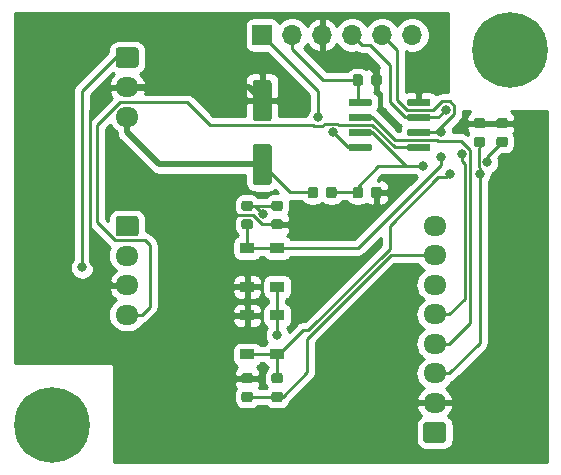
<source format=gbr>
G04 #@! TF.GenerationSoftware,KiCad,Pcbnew,(5.1.5)-3*
G04 #@! TF.CreationDate,2020-11-01T11:24:48+01:00*
G04 #@! TF.ProjectId,KnokooPedalCtrl,4b6e6f6b-6f6f-4506-9564-616c4374726c,v0.2*
G04 #@! TF.SameCoordinates,Original*
G04 #@! TF.FileFunction,Copper,L1,Top*
G04 #@! TF.FilePolarity,Positive*
%FSLAX46Y46*%
G04 Gerber Fmt 4.6, Leading zero omitted, Abs format (unit mm)*
G04 Created by KiCad (PCBNEW (5.1.5)-3) date 2020-11-01 11:24:48*
%MOMM*%
%LPD*%
G04 APERTURE LIST*
%ADD10C,0.100000*%
%ADD11O,1.950000X1.700000*%
%ADD12O,1.700000X1.700000*%
%ADD13R,1.700000X1.700000*%
%ADD14C,0.800000*%
%ADD15C,6.400000*%
%ADD16R,1.200000X0.900000*%
%ADD17C,0.500000*%
%ADD18C,0.250000*%
%ADD19C,0.254000*%
G04 APERTURE END LIST*
G04 #@! TA.AperFunction,SMDPad,CuDef*
D10*
G36*
X86117691Y-71281053D02*
G01*
X86138926Y-71284203D01*
X86159750Y-71289419D01*
X86179962Y-71296651D01*
X86199368Y-71305830D01*
X86217781Y-71316866D01*
X86235024Y-71329654D01*
X86250930Y-71344070D01*
X86265346Y-71359976D01*
X86278134Y-71377219D01*
X86289170Y-71395632D01*
X86298349Y-71415038D01*
X86305581Y-71435250D01*
X86310797Y-71456074D01*
X86313947Y-71477309D01*
X86315000Y-71498750D01*
X86315000Y-72011250D01*
X86313947Y-72032691D01*
X86310797Y-72053926D01*
X86305581Y-72074750D01*
X86298349Y-72094962D01*
X86289170Y-72114368D01*
X86278134Y-72132781D01*
X86265346Y-72150024D01*
X86250930Y-72165930D01*
X86235024Y-72180346D01*
X86217781Y-72193134D01*
X86199368Y-72204170D01*
X86179962Y-72213349D01*
X86159750Y-72220581D01*
X86138926Y-72225797D01*
X86117691Y-72228947D01*
X86096250Y-72230000D01*
X85658750Y-72230000D01*
X85637309Y-72228947D01*
X85616074Y-72225797D01*
X85595250Y-72220581D01*
X85575038Y-72213349D01*
X85555632Y-72204170D01*
X85537219Y-72193134D01*
X85519976Y-72180346D01*
X85504070Y-72165930D01*
X85489654Y-72150024D01*
X85476866Y-72132781D01*
X85465830Y-72114368D01*
X85456651Y-72094962D01*
X85449419Y-72074750D01*
X85444203Y-72053926D01*
X85441053Y-72032691D01*
X85440000Y-72011250D01*
X85440000Y-71498750D01*
X85441053Y-71477309D01*
X85444203Y-71456074D01*
X85449419Y-71435250D01*
X85456651Y-71415038D01*
X85465830Y-71395632D01*
X85476866Y-71377219D01*
X85489654Y-71359976D01*
X85504070Y-71344070D01*
X85519976Y-71329654D01*
X85537219Y-71316866D01*
X85555632Y-71305830D01*
X85575038Y-71296651D01*
X85595250Y-71289419D01*
X85616074Y-71284203D01*
X85637309Y-71281053D01*
X85658750Y-71280000D01*
X86096250Y-71280000D01*
X86117691Y-71281053D01*
G37*
G04 #@! TD.AperFunction*
G04 #@! TA.AperFunction,SMDPad,CuDef*
G36*
X84542691Y-71281053D02*
G01*
X84563926Y-71284203D01*
X84584750Y-71289419D01*
X84604962Y-71296651D01*
X84624368Y-71305830D01*
X84642781Y-71316866D01*
X84660024Y-71329654D01*
X84675930Y-71344070D01*
X84690346Y-71359976D01*
X84703134Y-71377219D01*
X84714170Y-71395632D01*
X84723349Y-71415038D01*
X84730581Y-71435250D01*
X84735797Y-71456074D01*
X84738947Y-71477309D01*
X84740000Y-71498750D01*
X84740000Y-72011250D01*
X84738947Y-72032691D01*
X84735797Y-72053926D01*
X84730581Y-72074750D01*
X84723349Y-72094962D01*
X84714170Y-72114368D01*
X84703134Y-72132781D01*
X84690346Y-72150024D01*
X84675930Y-72165930D01*
X84660024Y-72180346D01*
X84642781Y-72193134D01*
X84624368Y-72204170D01*
X84604962Y-72213349D01*
X84584750Y-72220581D01*
X84563926Y-72225797D01*
X84542691Y-72228947D01*
X84521250Y-72230000D01*
X84083750Y-72230000D01*
X84062309Y-72228947D01*
X84041074Y-72225797D01*
X84020250Y-72220581D01*
X84000038Y-72213349D01*
X83980632Y-72204170D01*
X83962219Y-72193134D01*
X83944976Y-72180346D01*
X83929070Y-72165930D01*
X83914654Y-72150024D01*
X83901866Y-72132781D01*
X83890830Y-72114368D01*
X83881651Y-72094962D01*
X83874419Y-72074750D01*
X83869203Y-72053926D01*
X83866053Y-72032691D01*
X83865000Y-72011250D01*
X83865000Y-71498750D01*
X83866053Y-71477309D01*
X83869203Y-71456074D01*
X83874419Y-71435250D01*
X83881651Y-71415038D01*
X83890830Y-71395632D01*
X83901866Y-71377219D01*
X83914654Y-71359976D01*
X83929070Y-71344070D01*
X83944976Y-71329654D01*
X83962219Y-71316866D01*
X83980632Y-71305830D01*
X84000038Y-71296651D01*
X84020250Y-71289419D01*
X84041074Y-71284203D01*
X84062309Y-71281053D01*
X84083750Y-71280000D01*
X84521250Y-71280000D01*
X84542691Y-71281053D01*
G37*
G04 #@! TD.AperFunction*
G04 #@! TA.AperFunction,SMDPad,CuDef*
G36*
X82307691Y-71281053D02*
G01*
X82328926Y-71284203D01*
X82349750Y-71289419D01*
X82369962Y-71296651D01*
X82389368Y-71305830D01*
X82407781Y-71316866D01*
X82425024Y-71329654D01*
X82440930Y-71344070D01*
X82455346Y-71359976D01*
X82468134Y-71377219D01*
X82479170Y-71395632D01*
X82488349Y-71415038D01*
X82495581Y-71435250D01*
X82500797Y-71456074D01*
X82503947Y-71477309D01*
X82505000Y-71498750D01*
X82505000Y-72011250D01*
X82503947Y-72032691D01*
X82500797Y-72053926D01*
X82495581Y-72074750D01*
X82488349Y-72094962D01*
X82479170Y-72114368D01*
X82468134Y-72132781D01*
X82455346Y-72150024D01*
X82440930Y-72165930D01*
X82425024Y-72180346D01*
X82407781Y-72193134D01*
X82389368Y-72204170D01*
X82369962Y-72213349D01*
X82349750Y-72220581D01*
X82328926Y-72225797D01*
X82307691Y-72228947D01*
X82286250Y-72230000D01*
X81848750Y-72230000D01*
X81827309Y-72228947D01*
X81806074Y-72225797D01*
X81785250Y-72220581D01*
X81765038Y-72213349D01*
X81745632Y-72204170D01*
X81727219Y-72193134D01*
X81709976Y-72180346D01*
X81694070Y-72165930D01*
X81679654Y-72150024D01*
X81666866Y-72132781D01*
X81655830Y-72114368D01*
X81646651Y-72094962D01*
X81639419Y-72074750D01*
X81634203Y-72053926D01*
X81631053Y-72032691D01*
X81630000Y-72011250D01*
X81630000Y-71498750D01*
X81631053Y-71477309D01*
X81634203Y-71456074D01*
X81639419Y-71435250D01*
X81646651Y-71415038D01*
X81655830Y-71395632D01*
X81666866Y-71377219D01*
X81679654Y-71359976D01*
X81694070Y-71344070D01*
X81709976Y-71329654D01*
X81727219Y-71316866D01*
X81745632Y-71305830D01*
X81765038Y-71296651D01*
X81785250Y-71289419D01*
X81806074Y-71284203D01*
X81827309Y-71281053D01*
X81848750Y-71280000D01*
X82286250Y-71280000D01*
X82307691Y-71281053D01*
G37*
G04 #@! TD.AperFunction*
G04 #@! TA.AperFunction,SMDPad,CuDef*
G36*
X80732691Y-71281053D02*
G01*
X80753926Y-71284203D01*
X80774750Y-71289419D01*
X80794962Y-71296651D01*
X80814368Y-71305830D01*
X80832781Y-71316866D01*
X80850024Y-71329654D01*
X80865930Y-71344070D01*
X80880346Y-71359976D01*
X80893134Y-71377219D01*
X80904170Y-71395632D01*
X80913349Y-71415038D01*
X80920581Y-71435250D01*
X80925797Y-71456074D01*
X80928947Y-71477309D01*
X80930000Y-71498750D01*
X80930000Y-72011250D01*
X80928947Y-72032691D01*
X80925797Y-72053926D01*
X80920581Y-72074750D01*
X80913349Y-72094962D01*
X80904170Y-72114368D01*
X80893134Y-72132781D01*
X80880346Y-72150024D01*
X80865930Y-72165930D01*
X80850024Y-72180346D01*
X80832781Y-72193134D01*
X80814368Y-72204170D01*
X80794962Y-72213349D01*
X80774750Y-72220581D01*
X80753926Y-72225797D01*
X80732691Y-72228947D01*
X80711250Y-72230000D01*
X80273750Y-72230000D01*
X80252309Y-72228947D01*
X80231074Y-72225797D01*
X80210250Y-72220581D01*
X80190038Y-72213349D01*
X80170632Y-72204170D01*
X80152219Y-72193134D01*
X80134976Y-72180346D01*
X80119070Y-72165930D01*
X80104654Y-72150024D01*
X80091866Y-72132781D01*
X80080830Y-72114368D01*
X80071651Y-72094962D01*
X80064419Y-72074750D01*
X80059203Y-72053926D01*
X80056053Y-72032691D01*
X80055000Y-72011250D01*
X80055000Y-71498750D01*
X80056053Y-71477309D01*
X80059203Y-71456074D01*
X80064419Y-71435250D01*
X80071651Y-71415038D01*
X80080830Y-71395632D01*
X80091866Y-71377219D01*
X80104654Y-71359976D01*
X80119070Y-71344070D01*
X80134976Y-71329654D01*
X80152219Y-71316866D01*
X80170632Y-71305830D01*
X80190038Y-71296651D01*
X80210250Y-71289419D01*
X80231074Y-71284203D01*
X80252309Y-71281053D01*
X80273750Y-71280000D01*
X80711250Y-71280000D01*
X80732691Y-71281053D01*
G37*
G04 #@! TD.AperFunction*
D11*
X64770000Y-82112500D03*
X64770000Y-79612500D03*
X64770000Y-77112500D03*
G04 #@! TA.AperFunction,ComponentPad*
D10*
G36*
X65519504Y-73763704D02*
G01*
X65543773Y-73767304D01*
X65567571Y-73773265D01*
X65590671Y-73781530D01*
X65612849Y-73792020D01*
X65633893Y-73804633D01*
X65653598Y-73819247D01*
X65671777Y-73835723D01*
X65688253Y-73853902D01*
X65702867Y-73873607D01*
X65715480Y-73894651D01*
X65725970Y-73916829D01*
X65734235Y-73939929D01*
X65740196Y-73963727D01*
X65743796Y-73987996D01*
X65745000Y-74012500D01*
X65745000Y-75212500D01*
X65743796Y-75237004D01*
X65740196Y-75261273D01*
X65734235Y-75285071D01*
X65725970Y-75308171D01*
X65715480Y-75330349D01*
X65702867Y-75351393D01*
X65688253Y-75371098D01*
X65671777Y-75389277D01*
X65653598Y-75405753D01*
X65633893Y-75420367D01*
X65612849Y-75432980D01*
X65590671Y-75443470D01*
X65567571Y-75451735D01*
X65543773Y-75457696D01*
X65519504Y-75461296D01*
X65495000Y-75462500D01*
X64045000Y-75462500D01*
X64020496Y-75461296D01*
X63996227Y-75457696D01*
X63972429Y-75451735D01*
X63949329Y-75443470D01*
X63927151Y-75432980D01*
X63906107Y-75420367D01*
X63886402Y-75405753D01*
X63868223Y-75389277D01*
X63851747Y-75371098D01*
X63837133Y-75351393D01*
X63824520Y-75330349D01*
X63814030Y-75308171D01*
X63805765Y-75285071D01*
X63799804Y-75261273D01*
X63796204Y-75237004D01*
X63795000Y-75212500D01*
X63795000Y-74012500D01*
X63796204Y-73987996D01*
X63799804Y-73963727D01*
X63805765Y-73939929D01*
X63814030Y-73916829D01*
X63824520Y-73894651D01*
X63837133Y-73873607D01*
X63851747Y-73853902D01*
X63868223Y-73835723D01*
X63886402Y-73819247D01*
X63906107Y-73804633D01*
X63927151Y-73792020D01*
X63949329Y-73781530D01*
X63972429Y-73773265D01*
X63996227Y-73767304D01*
X64020496Y-73763704D01*
X64045000Y-73762500D01*
X65495000Y-73762500D01*
X65519504Y-73763704D01*
G37*
G04 #@! TD.AperFunction*
G04 #@! TA.AperFunction,SMDPad,CuDef*
G36*
X90309703Y-63835722D02*
G01*
X90324264Y-63837882D01*
X90338543Y-63841459D01*
X90352403Y-63846418D01*
X90365710Y-63852712D01*
X90378336Y-63860280D01*
X90390159Y-63869048D01*
X90401066Y-63878934D01*
X90410952Y-63889841D01*
X90419720Y-63901664D01*
X90427288Y-63914290D01*
X90433582Y-63927597D01*
X90438541Y-63941457D01*
X90442118Y-63955736D01*
X90444278Y-63970297D01*
X90445000Y-63985000D01*
X90445000Y-64285000D01*
X90444278Y-64299703D01*
X90442118Y-64314264D01*
X90438541Y-64328543D01*
X90433582Y-64342403D01*
X90427288Y-64355710D01*
X90419720Y-64368336D01*
X90410952Y-64380159D01*
X90401066Y-64391066D01*
X90390159Y-64400952D01*
X90378336Y-64409720D01*
X90365710Y-64417288D01*
X90352403Y-64423582D01*
X90338543Y-64428541D01*
X90324264Y-64432118D01*
X90309703Y-64434278D01*
X90295000Y-64435000D01*
X88645000Y-64435000D01*
X88630297Y-64434278D01*
X88615736Y-64432118D01*
X88601457Y-64428541D01*
X88587597Y-64423582D01*
X88574290Y-64417288D01*
X88561664Y-64409720D01*
X88549841Y-64400952D01*
X88538934Y-64391066D01*
X88529048Y-64380159D01*
X88520280Y-64368336D01*
X88512712Y-64355710D01*
X88506418Y-64342403D01*
X88501459Y-64328543D01*
X88497882Y-64314264D01*
X88495722Y-64299703D01*
X88495000Y-64285000D01*
X88495000Y-63985000D01*
X88495722Y-63970297D01*
X88497882Y-63955736D01*
X88501459Y-63941457D01*
X88506418Y-63927597D01*
X88512712Y-63914290D01*
X88520280Y-63901664D01*
X88529048Y-63889841D01*
X88538934Y-63878934D01*
X88549841Y-63869048D01*
X88561664Y-63860280D01*
X88574290Y-63852712D01*
X88587597Y-63846418D01*
X88601457Y-63841459D01*
X88615736Y-63837882D01*
X88630297Y-63835722D01*
X88645000Y-63835000D01*
X90295000Y-63835000D01*
X90309703Y-63835722D01*
G37*
G04 #@! TD.AperFunction*
G04 #@! TA.AperFunction,SMDPad,CuDef*
G36*
X90309703Y-65105722D02*
G01*
X90324264Y-65107882D01*
X90338543Y-65111459D01*
X90352403Y-65116418D01*
X90365710Y-65122712D01*
X90378336Y-65130280D01*
X90390159Y-65139048D01*
X90401066Y-65148934D01*
X90410952Y-65159841D01*
X90419720Y-65171664D01*
X90427288Y-65184290D01*
X90433582Y-65197597D01*
X90438541Y-65211457D01*
X90442118Y-65225736D01*
X90444278Y-65240297D01*
X90445000Y-65255000D01*
X90445000Y-65555000D01*
X90444278Y-65569703D01*
X90442118Y-65584264D01*
X90438541Y-65598543D01*
X90433582Y-65612403D01*
X90427288Y-65625710D01*
X90419720Y-65638336D01*
X90410952Y-65650159D01*
X90401066Y-65661066D01*
X90390159Y-65670952D01*
X90378336Y-65679720D01*
X90365710Y-65687288D01*
X90352403Y-65693582D01*
X90338543Y-65698541D01*
X90324264Y-65702118D01*
X90309703Y-65704278D01*
X90295000Y-65705000D01*
X88645000Y-65705000D01*
X88630297Y-65704278D01*
X88615736Y-65702118D01*
X88601457Y-65698541D01*
X88587597Y-65693582D01*
X88574290Y-65687288D01*
X88561664Y-65679720D01*
X88549841Y-65670952D01*
X88538934Y-65661066D01*
X88529048Y-65650159D01*
X88520280Y-65638336D01*
X88512712Y-65625710D01*
X88506418Y-65612403D01*
X88501459Y-65598543D01*
X88497882Y-65584264D01*
X88495722Y-65569703D01*
X88495000Y-65555000D01*
X88495000Y-65255000D01*
X88495722Y-65240297D01*
X88497882Y-65225736D01*
X88501459Y-65211457D01*
X88506418Y-65197597D01*
X88512712Y-65184290D01*
X88520280Y-65171664D01*
X88529048Y-65159841D01*
X88538934Y-65148934D01*
X88549841Y-65139048D01*
X88561664Y-65130280D01*
X88574290Y-65122712D01*
X88587597Y-65116418D01*
X88601457Y-65111459D01*
X88615736Y-65107882D01*
X88630297Y-65105722D01*
X88645000Y-65105000D01*
X90295000Y-65105000D01*
X90309703Y-65105722D01*
G37*
G04 #@! TD.AperFunction*
G04 #@! TA.AperFunction,SMDPad,CuDef*
G36*
X90309703Y-66375722D02*
G01*
X90324264Y-66377882D01*
X90338543Y-66381459D01*
X90352403Y-66386418D01*
X90365710Y-66392712D01*
X90378336Y-66400280D01*
X90390159Y-66409048D01*
X90401066Y-66418934D01*
X90410952Y-66429841D01*
X90419720Y-66441664D01*
X90427288Y-66454290D01*
X90433582Y-66467597D01*
X90438541Y-66481457D01*
X90442118Y-66495736D01*
X90444278Y-66510297D01*
X90445000Y-66525000D01*
X90445000Y-66825000D01*
X90444278Y-66839703D01*
X90442118Y-66854264D01*
X90438541Y-66868543D01*
X90433582Y-66882403D01*
X90427288Y-66895710D01*
X90419720Y-66908336D01*
X90410952Y-66920159D01*
X90401066Y-66931066D01*
X90390159Y-66940952D01*
X90378336Y-66949720D01*
X90365710Y-66957288D01*
X90352403Y-66963582D01*
X90338543Y-66968541D01*
X90324264Y-66972118D01*
X90309703Y-66974278D01*
X90295000Y-66975000D01*
X88645000Y-66975000D01*
X88630297Y-66974278D01*
X88615736Y-66972118D01*
X88601457Y-66968541D01*
X88587597Y-66963582D01*
X88574290Y-66957288D01*
X88561664Y-66949720D01*
X88549841Y-66940952D01*
X88538934Y-66931066D01*
X88529048Y-66920159D01*
X88520280Y-66908336D01*
X88512712Y-66895710D01*
X88506418Y-66882403D01*
X88501459Y-66868543D01*
X88497882Y-66854264D01*
X88495722Y-66839703D01*
X88495000Y-66825000D01*
X88495000Y-66525000D01*
X88495722Y-66510297D01*
X88497882Y-66495736D01*
X88501459Y-66481457D01*
X88506418Y-66467597D01*
X88512712Y-66454290D01*
X88520280Y-66441664D01*
X88529048Y-66429841D01*
X88538934Y-66418934D01*
X88549841Y-66409048D01*
X88561664Y-66400280D01*
X88574290Y-66392712D01*
X88587597Y-66386418D01*
X88601457Y-66381459D01*
X88615736Y-66377882D01*
X88630297Y-66375722D01*
X88645000Y-66375000D01*
X90295000Y-66375000D01*
X90309703Y-66375722D01*
G37*
G04 #@! TD.AperFunction*
G04 #@! TA.AperFunction,SMDPad,CuDef*
G36*
X90309703Y-67645722D02*
G01*
X90324264Y-67647882D01*
X90338543Y-67651459D01*
X90352403Y-67656418D01*
X90365710Y-67662712D01*
X90378336Y-67670280D01*
X90390159Y-67679048D01*
X90401066Y-67688934D01*
X90410952Y-67699841D01*
X90419720Y-67711664D01*
X90427288Y-67724290D01*
X90433582Y-67737597D01*
X90438541Y-67751457D01*
X90442118Y-67765736D01*
X90444278Y-67780297D01*
X90445000Y-67795000D01*
X90445000Y-68095000D01*
X90444278Y-68109703D01*
X90442118Y-68124264D01*
X90438541Y-68138543D01*
X90433582Y-68152403D01*
X90427288Y-68165710D01*
X90419720Y-68178336D01*
X90410952Y-68190159D01*
X90401066Y-68201066D01*
X90390159Y-68210952D01*
X90378336Y-68219720D01*
X90365710Y-68227288D01*
X90352403Y-68233582D01*
X90338543Y-68238541D01*
X90324264Y-68242118D01*
X90309703Y-68244278D01*
X90295000Y-68245000D01*
X88645000Y-68245000D01*
X88630297Y-68244278D01*
X88615736Y-68242118D01*
X88601457Y-68238541D01*
X88587597Y-68233582D01*
X88574290Y-68227288D01*
X88561664Y-68219720D01*
X88549841Y-68210952D01*
X88538934Y-68201066D01*
X88529048Y-68190159D01*
X88520280Y-68178336D01*
X88512712Y-68165710D01*
X88506418Y-68152403D01*
X88501459Y-68138543D01*
X88497882Y-68124264D01*
X88495722Y-68109703D01*
X88495000Y-68095000D01*
X88495000Y-67795000D01*
X88495722Y-67780297D01*
X88497882Y-67765736D01*
X88501459Y-67751457D01*
X88506418Y-67737597D01*
X88512712Y-67724290D01*
X88520280Y-67711664D01*
X88529048Y-67699841D01*
X88538934Y-67688934D01*
X88549841Y-67679048D01*
X88561664Y-67670280D01*
X88574290Y-67662712D01*
X88587597Y-67656418D01*
X88601457Y-67651459D01*
X88615736Y-67647882D01*
X88630297Y-67645722D01*
X88645000Y-67645000D01*
X90295000Y-67645000D01*
X90309703Y-67645722D01*
G37*
G04 #@! TD.AperFunction*
G04 #@! TA.AperFunction,SMDPad,CuDef*
G36*
X85359703Y-67645722D02*
G01*
X85374264Y-67647882D01*
X85388543Y-67651459D01*
X85402403Y-67656418D01*
X85415710Y-67662712D01*
X85428336Y-67670280D01*
X85440159Y-67679048D01*
X85451066Y-67688934D01*
X85460952Y-67699841D01*
X85469720Y-67711664D01*
X85477288Y-67724290D01*
X85483582Y-67737597D01*
X85488541Y-67751457D01*
X85492118Y-67765736D01*
X85494278Y-67780297D01*
X85495000Y-67795000D01*
X85495000Y-68095000D01*
X85494278Y-68109703D01*
X85492118Y-68124264D01*
X85488541Y-68138543D01*
X85483582Y-68152403D01*
X85477288Y-68165710D01*
X85469720Y-68178336D01*
X85460952Y-68190159D01*
X85451066Y-68201066D01*
X85440159Y-68210952D01*
X85428336Y-68219720D01*
X85415710Y-68227288D01*
X85402403Y-68233582D01*
X85388543Y-68238541D01*
X85374264Y-68242118D01*
X85359703Y-68244278D01*
X85345000Y-68245000D01*
X83695000Y-68245000D01*
X83680297Y-68244278D01*
X83665736Y-68242118D01*
X83651457Y-68238541D01*
X83637597Y-68233582D01*
X83624290Y-68227288D01*
X83611664Y-68219720D01*
X83599841Y-68210952D01*
X83588934Y-68201066D01*
X83579048Y-68190159D01*
X83570280Y-68178336D01*
X83562712Y-68165710D01*
X83556418Y-68152403D01*
X83551459Y-68138543D01*
X83547882Y-68124264D01*
X83545722Y-68109703D01*
X83545000Y-68095000D01*
X83545000Y-67795000D01*
X83545722Y-67780297D01*
X83547882Y-67765736D01*
X83551459Y-67751457D01*
X83556418Y-67737597D01*
X83562712Y-67724290D01*
X83570280Y-67711664D01*
X83579048Y-67699841D01*
X83588934Y-67688934D01*
X83599841Y-67679048D01*
X83611664Y-67670280D01*
X83624290Y-67662712D01*
X83637597Y-67656418D01*
X83651457Y-67651459D01*
X83665736Y-67647882D01*
X83680297Y-67645722D01*
X83695000Y-67645000D01*
X85345000Y-67645000D01*
X85359703Y-67645722D01*
G37*
G04 #@! TD.AperFunction*
G04 #@! TA.AperFunction,SMDPad,CuDef*
G36*
X85359703Y-66375722D02*
G01*
X85374264Y-66377882D01*
X85388543Y-66381459D01*
X85402403Y-66386418D01*
X85415710Y-66392712D01*
X85428336Y-66400280D01*
X85440159Y-66409048D01*
X85451066Y-66418934D01*
X85460952Y-66429841D01*
X85469720Y-66441664D01*
X85477288Y-66454290D01*
X85483582Y-66467597D01*
X85488541Y-66481457D01*
X85492118Y-66495736D01*
X85494278Y-66510297D01*
X85495000Y-66525000D01*
X85495000Y-66825000D01*
X85494278Y-66839703D01*
X85492118Y-66854264D01*
X85488541Y-66868543D01*
X85483582Y-66882403D01*
X85477288Y-66895710D01*
X85469720Y-66908336D01*
X85460952Y-66920159D01*
X85451066Y-66931066D01*
X85440159Y-66940952D01*
X85428336Y-66949720D01*
X85415710Y-66957288D01*
X85402403Y-66963582D01*
X85388543Y-66968541D01*
X85374264Y-66972118D01*
X85359703Y-66974278D01*
X85345000Y-66975000D01*
X83695000Y-66975000D01*
X83680297Y-66974278D01*
X83665736Y-66972118D01*
X83651457Y-66968541D01*
X83637597Y-66963582D01*
X83624290Y-66957288D01*
X83611664Y-66949720D01*
X83599841Y-66940952D01*
X83588934Y-66931066D01*
X83579048Y-66920159D01*
X83570280Y-66908336D01*
X83562712Y-66895710D01*
X83556418Y-66882403D01*
X83551459Y-66868543D01*
X83547882Y-66854264D01*
X83545722Y-66839703D01*
X83545000Y-66825000D01*
X83545000Y-66525000D01*
X83545722Y-66510297D01*
X83547882Y-66495736D01*
X83551459Y-66481457D01*
X83556418Y-66467597D01*
X83562712Y-66454290D01*
X83570280Y-66441664D01*
X83579048Y-66429841D01*
X83588934Y-66418934D01*
X83599841Y-66409048D01*
X83611664Y-66400280D01*
X83624290Y-66392712D01*
X83637597Y-66386418D01*
X83651457Y-66381459D01*
X83665736Y-66377882D01*
X83680297Y-66375722D01*
X83695000Y-66375000D01*
X85345000Y-66375000D01*
X85359703Y-66375722D01*
G37*
G04 #@! TD.AperFunction*
G04 #@! TA.AperFunction,SMDPad,CuDef*
G36*
X85359703Y-65105722D02*
G01*
X85374264Y-65107882D01*
X85388543Y-65111459D01*
X85402403Y-65116418D01*
X85415710Y-65122712D01*
X85428336Y-65130280D01*
X85440159Y-65139048D01*
X85451066Y-65148934D01*
X85460952Y-65159841D01*
X85469720Y-65171664D01*
X85477288Y-65184290D01*
X85483582Y-65197597D01*
X85488541Y-65211457D01*
X85492118Y-65225736D01*
X85494278Y-65240297D01*
X85495000Y-65255000D01*
X85495000Y-65555000D01*
X85494278Y-65569703D01*
X85492118Y-65584264D01*
X85488541Y-65598543D01*
X85483582Y-65612403D01*
X85477288Y-65625710D01*
X85469720Y-65638336D01*
X85460952Y-65650159D01*
X85451066Y-65661066D01*
X85440159Y-65670952D01*
X85428336Y-65679720D01*
X85415710Y-65687288D01*
X85402403Y-65693582D01*
X85388543Y-65698541D01*
X85374264Y-65702118D01*
X85359703Y-65704278D01*
X85345000Y-65705000D01*
X83695000Y-65705000D01*
X83680297Y-65704278D01*
X83665736Y-65702118D01*
X83651457Y-65698541D01*
X83637597Y-65693582D01*
X83624290Y-65687288D01*
X83611664Y-65679720D01*
X83599841Y-65670952D01*
X83588934Y-65661066D01*
X83579048Y-65650159D01*
X83570280Y-65638336D01*
X83562712Y-65625710D01*
X83556418Y-65612403D01*
X83551459Y-65598543D01*
X83547882Y-65584264D01*
X83545722Y-65569703D01*
X83545000Y-65555000D01*
X83545000Y-65255000D01*
X83545722Y-65240297D01*
X83547882Y-65225736D01*
X83551459Y-65211457D01*
X83556418Y-65197597D01*
X83562712Y-65184290D01*
X83570280Y-65171664D01*
X83579048Y-65159841D01*
X83588934Y-65148934D01*
X83599841Y-65139048D01*
X83611664Y-65130280D01*
X83624290Y-65122712D01*
X83637597Y-65116418D01*
X83651457Y-65111459D01*
X83665736Y-65107882D01*
X83680297Y-65105722D01*
X83695000Y-65105000D01*
X85345000Y-65105000D01*
X85359703Y-65105722D01*
G37*
G04 #@! TD.AperFunction*
G04 #@! TA.AperFunction,SMDPad,CuDef*
G36*
X85359703Y-63835722D02*
G01*
X85374264Y-63837882D01*
X85388543Y-63841459D01*
X85402403Y-63846418D01*
X85415710Y-63852712D01*
X85428336Y-63860280D01*
X85440159Y-63869048D01*
X85451066Y-63878934D01*
X85460952Y-63889841D01*
X85469720Y-63901664D01*
X85477288Y-63914290D01*
X85483582Y-63927597D01*
X85488541Y-63941457D01*
X85492118Y-63955736D01*
X85494278Y-63970297D01*
X85495000Y-63985000D01*
X85495000Y-64285000D01*
X85494278Y-64299703D01*
X85492118Y-64314264D01*
X85488541Y-64328543D01*
X85483582Y-64342403D01*
X85477288Y-64355710D01*
X85469720Y-64368336D01*
X85460952Y-64380159D01*
X85451066Y-64391066D01*
X85440159Y-64400952D01*
X85428336Y-64409720D01*
X85415710Y-64417288D01*
X85402403Y-64423582D01*
X85388543Y-64428541D01*
X85374264Y-64432118D01*
X85359703Y-64434278D01*
X85345000Y-64435000D01*
X83695000Y-64435000D01*
X83680297Y-64434278D01*
X83665736Y-64432118D01*
X83651457Y-64428541D01*
X83637597Y-64423582D01*
X83624290Y-64417288D01*
X83611664Y-64409720D01*
X83599841Y-64400952D01*
X83588934Y-64391066D01*
X83579048Y-64380159D01*
X83570280Y-64368336D01*
X83562712Y-64355710D01*
X83556418Y-64342403D01*
X83551459Y-64328543D01*
X83547882Y-64314264D01*
X83545722Y-64299703D01*
X83545000Y-64285000D01*
X83545000Y-63985000D01*
X83545722Y-63970297D01*
X83547882Y-63955736D01*
X83551459Y-63941457D01*
X83556418Y-63927597D01*
X83562712Y-63914290D01*
X83570280Y-63901664D01*
X83579048Y-63889841D01*
X83588934Y-63878934D01*
X83599841Y-63869048D01*
X83611664Y-63860280D01*
X83624290Y-63852712D01*
X83637597Y-63846418D01*
X83651457Y-63841459D01*
X83665736Y-63837882D01*
X83680297Y-63835722D01*
X83695000Y-63835000D01*
X85345000Y-63835000D01*
X85359703Y-63835722D01*
G37*
G04 #@! TD.AperFunction*
G04 #@! TA.AperFunction,SMDPad,CuDef*
G36*
X75207691Y-87041053D02*
G01*
X75228926Y-87044203D01*
X75249750Y-87049419D01*
X75269962Y-87056651D01*
X75289368Y-87065830D01*
X75307781Y-87076866D01*
X75325024Y-87089654D01*
X75340930Y-87104070D01*
X75355346Y-87119976D01*
X75368134Y-87137219D01*
X75379170Y-87155632D01*
X75388349Y-87175038D01*
X75395581Y-87195250D01*
X75400797Y-87216074D01*
X75403947Y-87237309D01*
X75405000Y-87258750D01*
X75405000Y-87696250D01*
X75403947Y-87717691D01*
X75400797Y-87738926D01*
X75395581Y-87759750D01*
X75388349Y-87779962D01*
X75379170Y-87799368D01*
X75368134Y-87817781D01*
X75355346Y-87835024D01*
X75340930Y-87850930D01*
X75325024Y-87865346D01*
X75307781Y-87878134D01*
X75289368Y-87889170D01*
X75269962Y-87898349D01*
X75249750Y-87905581D01*
X75228926Y-87910797D01*
X75207691Y-87913947D01*
X75186250Y-87915000D01*
X74673750Y-87915000D01*
X74652309Y-87913947D01*
X74631074Y-87910797D01*
X74610250Y-87905581D01*
X74590038Y-87898349D01*
X74570632Y-87889170D01*
X74552219Y-87878134D01*
X74534976Y-87865346D01*
X74519070Y-87850930D01*
X74504654Y-87835024D01*
X74491866Y-87817781D01*
X74480830Y-87799368D01*
X74471651Y-87779962D01*
X74464419Y-87759750D01*
X74459203Y-87738926D01*
X74456053Y-87717691D01*
X74455000Y-87696250D01*
X74455000Y-87258750D01*
X74456053Y-87237309D01*
X74459203Y-87216074D01*
X74464419Y-87195250D01*
X74471651Y-87175038D01*
X74480830Y-87155632D01*
X74491866Y-87137219D01*
X74504654Y-87119976D01*
X74519070Y-87104070D01*
X74534976Y-87089654D01*
X74552219Y-87076866D01*
X74570632Y-87065830D01*
X74590038Y-87056651D01*
X74610250Y-87049419D01*
X74631074Y-87044203D01*
X74652309Y-87041053D01*
X74673750Y-87040000D01*
X75186250Y-87040000D01*
X75207691Y-87041053D01*
G37*
G04 #@! TD.AperFunction*
G04 #@! TA.AperFunction,SMDPad,CuDef*
G36*
X75207691Y-88616053D02*
G01*
X75228926Y-88619203D01*
X75249750Y-88624419D01*
X75269962Y-88631651D01*
X75289368Y-88640830D01*
X75307781Y-88651866D01*
X75325024Y-88664654D01*
X75340930Y-88679070D01*
X75355346Y-88694976D01*
X75368134Y-88712219D01*
X75379170Y-88730632D01*
X75388349Y-88750038D01*
X75395581Y-88770250D01*
X75400797Y-88791074D01*
X75403947Y-88812309D01*
X75405000Y-88833750D01*
X75405000Y-89271250D01*
X75403947Y-89292691D01*
X75400797Y-89313926D01*
X75395581Y-89334750D01*
X75388349Y-89354962D01*
X75379170Y-89374368D01*
X75368134Y-89392781D01*
X75355346Y-89410024D01*
X75340930Y-89425930D01*
X75325024Y-89440346D01*
X75307781Y-89453134D01*
X75289368Y-89464170D01*
X75269962Y-89473349D01*
X75249750Y-89480581D01*
X75228926Y-89485797D01*
X75207691Y-89488947D01*
X75186250Y-89490000D01*
X74673750Y-89490000D01*
X74652309Y-89488947D01*
X74631074Y-89485797D01*
X74610250Y-89480581D01*
X74590038Y-89473349D01*
X74570632Y-89464170D01*
X74552219Y-89453134D01*
X74534976Y-89440346D01*
X74519070Y-89425930D01*
X74504654Y-89410024D01*
X74491866Y-89392781D01*
X74480830Y-89374368D01*
X74471651Y-89354962D01*
X74464419Y-89334750D01*
X74459203Y-89313926D01*
X74456053Y-89292691D01*
X74455000Y-89271250D01*
X74455000Y-88833750D01*
X74456053Y-88812309D01*
X74459203Y-88791074D01*
X74464419Y-88770250D01*
X74471651Y-88750038D01*
X74480830Y-88730632D01*
X74491866Y-88712219D01*
X74504654Y-88694976D01*
X74519070Y-88679070D01*
X74534976Y-88664654D01*
X74552219Y-88651866D01*
X74570632Y-88640830D01*
X74590038Y-88631651D01*
X74610250Y-88624419D01*
X74631074Y-88619203D01*
X74652309Y-88616053D01*
X74673750Y-88615000D01*
X75186250Y-88615000D01*
X75207691Y-88616053D01*
G37*
G04 #@! TD.AperFunction*
G04 #@! TA.AperFunction,SMDPad,CuDef*
G36*
X77747691Y-88616053D02*
G01*
X77768926Y-88619203D01*
X77789750Y-88624419D01*
X77809962Y-88631651D01*
X77829368Y-88640830D01*
X77847781Y-88651866D01*
X77865024Y-88664654D01*
X77880930Y-88679070D01*
X77895346Y-88694976D01*
X77908134Y-88712219D01*
X77919170Y-88730632D01*
X77928349Y-88750038D01*
X77935581Y-88770250D01*
X77940797Y-88791074D01*
X77943947Y-88812309D01*
X77945000Y-88833750D01*
X77945000Y-89271250D01*
X77943947Y-89292691D01*
X77940797Y-89313926D01*
X77935581Y-89334750D01*
X77928349Y-89354962D01*
X77919170Y-89374368D01*
X77908134Y-89392781D01*
X77895346Y-89410024D01*
X77880930Y-89425930D01*
X77865024Y-89440346D01*
X77847781Y-89453134D01*
X77829368Y-89464170D01*
X77809962Y-89473349D01*
X77789750Y-89480581D01*
X77768926Y-89485797D01*
X77747691Y-89488947D01*
X77726250Y-89490000D01*
X77213750Y-89490000D01*
X77192309Y-89488947D01*
X77171074Y-89485797D01*
X77150250Y-89480581D01*
X77130038Y-89473349D01*
X77110632Y-89464170D01*
X77092219Y-89453134D01*
X77074976Y-89440346D01*
X77059070Y-89425930D01*
X77044654Y-89410024D01*
X77031866Y-89392781D01*
X77020830Y-89374368D01*
X77011651Y-89354962D01*
X77004419Y-89334750D01*
X76999203Y-89313926D01*
X76996053Y-89292691D01*
X76995000Y-89271250D01*
X76995000Y-88833750D01*
X76996053Y-88812309D01*
X76999203Y-88791074D01*
X77004419Y-88770250D01*
X77011651Y-88750038D01*
X77020830Y-88730632D01*
X77031866Y-88712219D01*
X77044654Y-88694976D01*
X77059070Y-88679070D01*
X77074976Y-88664654D01*
X77092219Y-88651866D01*
X77110632Y-88640830D01*
X77130038Y-88631651D01*
X77150250Y-88624419D01*
X77171074Y-88619203D01*
X77192309Y-88616053D01*
X77213750Y-88615000D01*
X77726250Y-88615000D01*
X77747691Y-88616053D01*
G37*
G04 #@! TD.AperFunction*
G04 #@! TA.AperFunction,SMDPad,CuDef*
G36*
X77747691Y-87041053D02*
G01*
X77768926Y-87044203D01*
X77789750Y-87049419D01*
X77809962Y-87056651D01*
X77829368Y-87065830D01*
X77847781Y-87076866D01*
X77865024Y-87089654D01*
X77880930Y-87104070D01*
X77895346Y-87119976D01*
X77908134Y-87137219D01*
X77919170Y-87155632D01*
X77928349Y-87175038D01*
X77935581Y-87195250D01*
X77940797Y-87216074D01*
X77943947Y-87237309D01*
X77945000Y-87258750D01*
X77945000Y-87696250D01*
X77943947Y-87717691D01*
X77940797Y-87738926D01*
X77935581Y-87759750D01*
X77928349Y-87779962D01*
X77919170Y-87799368D01*
X77908134Y-87817781D01*
X77895346Y-87835024D01*
X77880930Y-87850930D01*
X77865024Y-87865346D01*
X77847781Y-87878134D01*
X77829368Y-87889170D01*
X77809962Y-87898349D01*
X77789750Y-87905581D01*
X77768926Y-87910797D01*
X77747691Y-87913947D01*
X77726250Y-87915000D01*
X77213750Y-87915000D01*
X77192309Y-87913947D01*
X77171074Y-87910797D01*
X77150250Y-87905581D01*
X77130038Y-87898349D01*
X77110632Y-87889170D01*
X77092219Y-87878134D01*
X77074976Y-87865346D01*
X77059070Y-87850930D01*
X77044654Y-87835024D01*
X77031866Y-87817781D01*
X77020830Y-87799368D01*
X77011651Y-87779962D01*
X77004419Y-87759750D01*
X76999203Y-87738926D01*
X76996053Y-87717691D01*
X76995000Y-87696250D01*
X76995000Y-87258750D01*
X76996053Y-87237309D01*
X76999203Y-87216074D01*
X77004419Y-87195250D01*
X77011651Y-87175038D01*
X77020830Y-87155632D01*
X77031866Y-87137219D01*
X77044654Y-87119976D01*
X77059070Y-87104070D01*
X77074976Y-87089654D01*
X77092219Y-87076866D01*
X77110632Y-87065830D01*
X77130038Y-87056651D01*
X77150250Y-87049419D01*
X77171074Y-87044203D01*
X77192309Y-87041053D01*
X77213750Y-87040000D01*
X77726250Y-87040000D01*
X77747691Y-87041053D01*
G37*
G04 #@! TD.AperFunction*
G04 #@! TA.AperFunction,SMDPad,CuDef*
G36*
X77747691Y-74011053D02*
G01*
X77768926Y-74014203D01*
X77789750Y-74019419D01*
X77809962Y-74026651D01*
X77829368Y-74035830D01*
X77847781Y-74046866D01*
X77865024Y-74059654D01*
X77880930Y-74074070D01*
X77895346Y-74089976D01*
X77908134Y-74107219D01*
X77919170Y-74125632D01*
X77928349Y-74145038D01*
X77935581Y-74165250D01*
X77940797Y-74186074D01*
X77943947Y-74207309D01*
X77945000Y-74228750D01*
X77945000Y-74666250D01*
X77943947Y-74687691D01*
X77940797Y-74708926D01*
X77935581Y-74729750D01*
X77928349Y-74749962D01*
X77919170Y-74769368D01*
X77908134Y-74787781D01*
X77895346Y-74805024D01*
X77880930Y-74820930D01*
X77865024Y-74835346D01*
X77847781Y-74848134D01*
X77829368Y-74859170D01*
X77809962Y-74868349D01*
X77789750Y-74875581D01*
X77768926Y-74880797D01*
X77747691Y-74883947D01*
X77726250Y-74885000D01*
X77213750Y-74885000D01*
X77192309Y-74883947D01*
X77171074Y-74880797D01*
X77150250Y-74875581D01*
X77130038Y-74868349D01*
X77110632Y-74859170D01*
X77092219Y-74848134D01*
X77074976Y-74835346D01*
X77059070Y-74820930D01*
X77044654Y-74805024D01*
X77031866Y-74787781D01*
X77020830Y-74769368D01*
X77011651Y-74749962D01*
X77004419Y-74729750D01*
X76999203Y-74708926D01*
X76996053Y-74687691D01*
X76995000Y-74666250D01*
X76995000Y-74228750D01*
X76996053Y-74207309D01*
X76999203Y-74186074D01*
X77004419Y-74165250D01*
X77011651Y-74145038D01*
X77020830Y-74125632D01*
X77031866Y-74107219D01*
X77044654Y-74089976D01*
X77059070Y-74074070D01*
X77074976Y-74059654D01*
X77092219Y-74046866D01*
X77110632Y-74035830D01*
X77130038Y-74026651D01*
X77150250Y-74019419D01*
X77171074Y-74014203D01*
X77192309Y-74011053D01*
X77213750Y-74010000D01*
X77726250Y-74010000D01*
X77747691Y-74011053D01*
G37*
G04 #@! TD.AperFunction*
G04 #@! TA.AperFunction,SMDPad,CuDef*
G36*
X77747691Y-72436053D02*
G01*
X77768926Y-72439203D01*
X77789750Y-72444419D01*
X77809962Y-72451651D01*
X77829368Y-72460830D01*
X77847781Y-72471866D01*
X77865024Y-72484654D01*
X77880930Y-72499070D01*
X77895346Y-72514976D01*
X77908134Y-72532219D01*
X77919170Y-72550632D01*
X77928349Y-72570038D01*
X77935581Y-72590250D01*
X77940797Y-72611074D01*
X77943947Y-72632309D01*
X77945000Y-72653750D01*
X77945000Y-73091250D01*
X77943947Y-73112691D01*
X77940797Y-73133926D01*
X77935581Y-73154750D01*
X77928349Y-73174962D01*
X77919170Y-73194368D01*
X77908134Y-73212781D01*
X77895346Y-73230024D01*
X77880930Y-73245930D01*
X77865024Y-73260346D01*
X77847781Y-73273134D01*
X77829368Y-73284170D01*
X77809962Y-73293349D01*
X77789750Y-73300581D01*
X77768926Y-73305797D01*
X77747691Y-73308947D01*
X77726250Y-73310000D01*
X77213750Y-73310000D01*
X77192309Y-73308947D01*
X77171074Y-73305797D01*
X77150250Y-73300581D01*
X77130038Y-73293349D01*
X77110632Y-73284170D01*
X77092219Y-73273134D01*
X77074976Y-73260346D01*
X77059070Y-73245930D01*
X77044654Y-73230024D01*
X77031866Y-73212781D01*
X77020830Y-73194368D01*
X77011651Y-73174962D01*
X77004419Y-73154750D01*
X76999203Y-73133926D01*
X76996053Y-73112691D01*
X76995000Y-73091250D01*
X76995000Y-72653750D01*
X76996053Y-72632309D01*
X76999203Y-72611074D01*
X77004419Y-72590250D01*
X77011651Y-72570038D01*
X77020830Y-72550632D01*
X77031866Y-72532219D01*
X77044654Y-72514976D01*
X77059070Y-72499070D01*
X77074976Y-72484654D01*
X77092219Y-72471866D01*
X77110632Y-72460830D01*
X77130038Y-72451651D01*
X77150250Y-72444419D01*
X77171074Y-72439203D01*
X77192309Y-72436053D01*
X77213750Y-72435000D01*
X77726250Y-72435000D01*
X77747691Y-72436053D01*
G37*
G04 #@! TD.AperFunction*
G04 #@! TA.AperFunction,SMDPad,CuDef*
G36*
X75207691Y-72436053D02*
G01*
X75228926Y-72439203D01*
X75249750Y-72444419D01*
X75269962Y-72451651D01*
X75289368Y-72460830D01*
X75307781Y-72471866D01*
X75325024Y-72484654D01*
X75340930Y-72499070D01*
X75355346Y-72514976D01*
X75368134Y-72532219D01*
X75379170Y-72550632D01*
X75388349Y-72570038D01*
X75395581Y-72590250D01*
X75400797Y-72611074D01*
X75403947Y-72632309D01*
X75405000Y-72653750D01*
X75405000Y-73091250D01*
X75403947Y-73112691D01*
X75400797Y-73133926D01*
X75395581Y-73154750D01*
X75388349Y-73174962D01*
X75379170Y-73194368D01*
X75368134Y-73212781D01*
X75355346Y-73230024D01*
X75340930Y-73245930D01*
X75325024Y-73260346D01*
X75307781Y-73273134D01*
X75289368Y-73284170D01*
X75269962Y-73293349D01*
X75249750Y-73300581D01*
X75228926Y-73305797D01*
X75207691Y-73308947D01*
X75186250Y-73310000D01*
X74673750Y-73310000D01*
X74652309Y-73308947D01*
X74631074Y-73305797D01*
X74610250Y-73300581D01*
X74590038Y-73293349D01*
X74570632Y-73284170D01*
X74552219Y-73273134D01*
X74534976Y-73260346D01*
X74519070Y-73245930D01*
X74504654Y-73230024D01*
X74491866Y-73212781D01*
X74480830Y-73194368D01*
X74471651Y-73174962D01*
X74464419Y-73154750D01*
X74459203Y-73133926D01*
X74456053Y-73112691D01*
X74455000Y-73091250D01*
X74455000Y-72653750D01*
X74456053Y-72632309D01*
X74459203Y-72611074D01*
X74464419Y-72590250D01*
X74471651Y-72570038D01*
X74480830Y-72550632D01*
X74491866Y-72532219D01*
X74504654Y-72514976D01*
X74519070Y-72499070D01*
X74534976Y-72484654D01*
X74552219Y-72471866D01*
X74570632Y-72460830D01*
X74590038Y-72451651D01*
X74610250Y-72444419D01*
X74631074Y-72439203D01*
X74652309Y-72436053D01*
X74673750Y-72435000D01*
X75186250Y-72435000D01*
X75207691Y-72436053D01*
G37*
G04 #@! TD.AperFunction*
G04 #@! TA.AperFunction,SMDPad,CuDef*
G36*
X75207691Y-74011053D02*
G01*
X75228926Y-74014203D01*
X75249750Y-74019419D01*
X75269962Y-74026651D01*
X75289368Y-74035830D01*
X75307781Y-74046866D01*
X75325024Y-74059654D01*
X75340930Y-74074070D01*
X75355346Y-74089976D01*
X75368134Y-74107219D01*
X75379170Y-74125632D01*
X75388349Y-74145038D01*
X75395581Y-74165250D01*
X75400797Y-74186074D01*
X75403947Y-74207309D01*
X75405000Y-74228750D01*
X75405000Y-74666250D01*
X75403947Y-74687691D01*
X75400797Y-74708926D01*
X75395581Y-74729750D01*
X75388349Y-74749962D01*
X75379170Y-74769368D01*
X75368134Y-74787781D01*
X75355346Y-74805024D01*
X75340930Y-74820930D01*
X75325024Y-74835346D01*
X75307781Y-74848134D01*
X75289368Y-74859170D01*
X75269962Y-74868349D01*
X75249750Y-74875581D01*
X75228926Y-74880797D01*
X75207691Y-74883947D01*
X75186250Y-74885000D01*
X74673750Y-74885000D01*
X74652309Y-74883947D01*
X74631074Y-74880797D01*
X74610250Y-74875581D01*
X74590038Y-74868349D01*
X74570632Y-74859170D01*
X74552219Y-74848134D01*
X74534976Y-74835346D01*
X74519070Y-74820930D01*
X74504654Y-74805024D01*
X74491866Y-74787781D01*
X74480830Y-74769368D01*
X74471651Y-74749962D01*
X74464419Y-74729750D01*
X74459203Y-74708926D01*
X74456053Y-74687691D01*
X74455000Y-74666250D01*
X74455000Y-74228750D01*
X74456053Y-74207309D01*
X74459203Y-74186074D01*
X74464419Y-74165250D01*
X74471651Y-74145038D01*
X74480830Y-74125632D01*
X74491866Y-74107219D01*
X74504654Y-74089976D01*
X74519070Y-74074070D01*
X74534976Y-74059654D01*
X74552219Y-74046866D01*
X74570632Y-74035830D01*
X74590038Y-74026651D01*
X74610250Y-74019419D01*
X74631074Y-74014203D01*
X74652309Y-74011053D01*
X74673750Y-74010000D01*
X75186250Y-74010000D01*
X75207691Y-74011053D01*
G37*
G04 #@! TD.AperFunction*
G04 #@! TA.AperFunction,SMDPad,CuDef*
G36*
X96797691Y-65451053D02*
G01*
X96818926Y-65454203D01*
X96839750Y-65459419D01*
X96859962Y-65466651D01*
X96879368Y-65475830D01*
X96897781Y-65486866D01*
X96915024Y-65499654D01*
X96930930Y-65514070D01*
X96945346Y-65529976D01*
X96958134Y-65547219D01*
X96969170Y-65565632D01*
X96978349Y-65585038D01*
X96985581Y-65605250D01*
X96990797Y-65626074D01*
X96993947Y-65647309D01*
X96995000Y-65668750D01*
X96995000Y-66106250D01*
X96993947Y-66127691D01*
X96990797Y-66148926D01*
X96985581Y-66169750D01*
X96978349Y-66189962D01*
X96969170Y-66209368D01*
X96958134Y-66227781D01*
X96945346Y-66245024D01*
X96930930Y-66260930D01*
X96915024Y-66275346D01*
X96897781Y-66288134D01*
X96879368Y-66299170D01*
X96859962Y-66308349D01*
X96839750Y-66315581D01*
X96818926Y-66320797D01*
X96797691Y-66323947D01*
X96776250Y-66325000D01*
X96263750Y-66325000D01*
X96242309Y-66323947D01*
X96221074Y-66320797D01*
X96200250Y-66315581D01*
X96180038Y-66308349D01*
X96160632Y-66299170D01*
X96142219Y-66288134D01*
X96124976Y-66275346D01*
X96109070Y-66260930D01*
X96094654Y-66245024D01*
X96081866Y-66227781D01*
X96070830Y-66209368D01*
X96061651Y-66189962D01*
X96054419Y-66169750D01*
X96049203Y-66148926D01*
X96046053Y-66127691D01*
X96045000Y-66106250D01*
X96045000Y-65668750D01*
X96046053Y-65647309D01*
X96049203Y-65626074D01*
X96054419Y-65605250D01*
X96061651Y-65585038D01*
X96070830Y-65565632D01*
X96081866Y-65547219D01*
X96094654Y-65529976D01*
X96109070Y-65514070D01*
X96124976Y-65499654D01*
X96142219Y-65486866D01*
X96160632Y-65475830D01*
X96180038Y-65466651D01*
X96200250Y-65459419D01*
X96221074Y-65454203D01*
X96242309Y-65451053D01*
X96263750Y-65450000D01*
X96776250Y-65450000D01*
X96797691Y-65451053D01*
G37*
G04 #@! TD.AperFunction*
G04 #@! TA.AperFunction,SMDPad,CuDef*
G36*
X96797691Y-67026053D02*
G01*
X96818926Y-67029203D01*
X96839750Y-67034419D01*
X96859962Y-67041651D01*
X96879368Y-67050830D01*
X96897781Y-67061866D01*
X96915024Y-67074654D01*
X96930930Y-67089070D01*
X96945346Y-67104976D01*
X96958134Y-67122219D01*
X96969170Y-67140632D01*
X96978349Y-67160038D01*
X96985581Y-67180250D01*
X96990797Y-67201074D01*
X96993947Y-67222309D01*
X96995000Y-67243750D01*
X96995000Y-67681250D01*
X96993947Y-67702691D01*
X96990797Y-67723926D01*
X96985581Y-67744750D01*
X96978349Y-67764962D01*
X96969170Y-67784368D01*
X96958134Y-67802781D01*
X96945346Y-67820024D01*
X96930930Y-67835930D01*
X96915024Y-67850346D01*
X96897781Y-67863134D01*
X96879368Y-67874170D01*
X96859962Y-67883349D01*
X96839750Y-67890581D01*
X96818926Y-67895797D01*
X96797691Y-67898947D01*
X96776250Y-67900000D01*
X96263750Y-67900000D01*
X96242309Y-67898947D01*
X96221074Y-67895797D01*
X96200250Y-67890581D01*
X96180038Y-67883349D01*
X96160632Y-67874170D01*
X96142219Y-67863134D01*
X96124976Y-67850346D01*
X96109070Y-67835930D01*
X96094654Y-67820024D01*
X96081866Y-67802781D01*
X96070830Y-67784368D01*
X96061651Y-67764962D01*
X96054419Y-67744750D01*
X96049203Y-67723926D01*
X96046053Y-67702691D01*
X96045000Y-67681250D01*
X96045000Y-67243750D01*
X96046053Y-67222309D01*
X96049203Y-67201074D01*
X96054419Y-67180250D01*
X96061651Y-67160038D01*
X96070830Y-67140632D01*
X96081866Y-67122219D01*
X96094654Y-67104976D01*
X96109070Y-67089070D01*
X96124976Y-67074654D01*
X96142219Y-67061866D01*
X96160632Y-67050830D01*
X96180038Y-67041651D01*
X96200250Y-67034419D01*
X96221074Y-67029203D01*
X96242309Y-67026053D01*
X96263750Y-67025000D01*
X96776250Y-67025000D01*
X96797691Y-67026053D01*
G37*
G04 #@! TD.AperFunction*
D12*
X88900000Y-58420000D03*
X86360000Y-58420000D03*
X83820000Y-58420000D03*
X81280000Y-58420000D03*
X78740000Y-58420000D03*
D13*
X76200000Y-58420000D03*
D11*
X90805000Y-74575000D03*
X90805000Y-77075000D03*
X90805000Y-79575000D03*
X90805000Y-82075000D03*
X90805000Y-84575000D03*
X90805000Y-87075000D03*
X90805000Y-89575000D03*
G04 #@! TA.AperFunction,ComponentPad*
D10*
G36*
X91554504Y-91226204D02*
G01*
X91578773Y-91229804D01*
X91602571Y-91235765D01*
X91625671Y-91244030D01*
X91647849Y-91254520D01*
X91668893Y-91267133D01*
X91688598Y-91281747D01*
X91706777Y-91298223D01*
X91723253Y-91316402D01*
X91737867Y-91336107D01*
X91750480Y-91357151D01*
X91760970Y-91379329D01*
X91769235Y-91402429D01*
X91775196Y-91426227D01*
X91778796Y-91450496D01*
X91780000Y-91475000D01*
X91780000Y-92675000D01*
X91778796Y-92699504D01*
X91775196Y-92723773D01*
X91769235Y-92747571D01*
X91760970Y-92770671D01*
X91750480Y-92792849D01*
X91737867Y-92813893D01*
X91723253Y-92833598D01*
X91706777Y-92851777D01*
X91688598Y-92868253D01*
X91668893Y-92882867D01*
X91647849Y-92895480D01*
X91625671Y-92905970D01*
X91602571Y-92914235D01*
X91578773Y-92920196D01*
X91554504Y-92923796D01*
X91530000Y-92925000D01*
X90080000Y-92925000D01*
X90055496Y-92923796D01*
X90031227Y-92920196D01*
X90007429Y-92914235D01*
X89984329Y-92905970D01*
X89962151Y-92895480D01*
X89941107Y-92882867D01*
X89921402Y-92868253D01*
X89903223Y-92851777D01*
X89886747Y-92833598D01*
X89872133Y-92813893D01*
X89859520Y-92792849D01*
X89849030Y-92770671D01*
X89840765Y-92747571D01*
X89834804Y-92723773D01*
X89831204Y-92699504D01*
X89830000Y-92675000D01*
X89830000Y-91475000D01*
X89831204Y-91450496D01*
X89834804Y-91426227D01*
X89840765Y-91402429D01*
X89849030Y-91379329D01*
X89859520Y-91357151D01*
X89872133Y-91336107D01*
X89886747Y-91316402D01*
X89903223Y-91298223D01*
X89921402Y-91281747D01*
X89941107Y-91267133D01*
X89962151Y-91254520D01*
X89984329Y-91244030D01*
X90007429Y-91235765D01*
X90031227Y-91229804D01*
X90055496Y-91226204D01*
X90080000Y-91225000D01*
X91530000Y-91225000D01*
X91554504Y-91226204D01*
G37*
G04 #@! TD.AperFunction*
D11*
X64770000Y-65325000D03*
X64770000Y-62825000D03*
G04 #@! TA.AperFunction,ComponentPad*
D10*
G36*
X65519504Y-59476204D02*
G01*
X65543773Y-59479804D01*
X65567571Y-59485765D01*
X65590671Y-59494030D01*
X65612849Y-59504520D01*
X65633893Y-59517133D01*
X65653598Y-59531747D01*
X65671777Y-59548223D01*
X65688253Y-59566402D01*
X65702867Y-59586107D01*
X65715480Y-59607151D01*
X65725970Y-59629329D01*
X65734235Y-59652429D01*
X65740196Y-59676227D01*
X65743796Y-59700496D01*
X65745000Y-59725000D01*
X65745000Y-60925000D01*
X65743796Y-60949504D01*
X65740196Y-60973773D01*
X65734235Y-60997571D01*
X65725970Y-61020671D01*
X65715480Y-61042849D01*
X65702867Y-61063893D01*
X65688253Y-61083598D01*
X65671777Y-61101777D01*
X65653598Y-61118253D01*
X65633893Y-61132867D01*
X65612849Y-61145480D01*
X65590671Y-61155970D01*
X65567571Y-61164235D01*
X65543773Y-61170196D01*
X65519504Y-61173796D01*
X65495000Y-61175000D01*
X64045000Y-61175000D01*
X64020496Y-61173796D01*
X63996227Y-61170196D01*
X63972429Y-61164235D01*
X63949329Y-61155970D01*
X63927151Y-61145480D01*
X63906107Y-61132867D01*
X63886402Y-61118253D01*
X63868223Y-61101777D01*
X63851747Y-61083598D01*
X63837133Y-61063893D01*
X63824520Y-61042849D01*
X63814030Y-61020671D01*
X63805765Y-60997571D01*
X63799804Y-60973773D01*
X63796204Y-60949504D01*
X63795000Y-60925000D01*
X63795000Y-59725000D01*
X63796204Y-59700496D01*
X63799804Y-59676227D01*
X63805765Y-59652429D01*
X63814030Y-59629329D01*
X63824520Y-59607151D01*
X63837133Y-59586107D01*
X63851747Y-59566402D01*
X63868223Y-59548223D01*
X63886402Y-59531747D01*
X63906107Y-59517133D01*
X63927151Y-59504520D01*
X63949329Y-59494030D01*
X63972429Y-59485765D01*
X63996227Y-59479804D01*
X64020496Y-59476204D01*
X64045000Y-59475000D01*
X65495000Y-59475000D01*
X65519504Y-59476204D01*
G37*
G04 #@! TD.AperFunction*
D14*
X60117056Y-89742944D03*
X58420000Y-89040000D03*
X56722944Y-89742944D03*
X56020000Y-91440000D03*
X56722944Y-93137056D03*
X58420000Y-93840000D03*
X60117056Y-93137056D03*
X60820000Y-91440000D03*
D15*
X58420000Y-91440000D03*
D14*
X98852056Y-57992944D03*
X97155000Y-57290000D03*
X95457944Y-57992944D03*
X94755000Y-59690000D03*
X95457944Y-61387056D03*
X97155000Y-62090000D03*
X98852056Y-61387056D03*
X99555000Y-59690000D03*
D15*
X97155000Y-59690000D03*
D16*
X74930000Y-79755000D03*
X74930000Y-76455000D03*
X74930000Y-82170000D03*
X74930000Y-85470000D03*
X77470000Y-85470000D03*
X77470000Y-82170000D03*
X77470000Y-76455000D03*
X77470000Y-79755000D03*
G04 #@! TA.AperFunction,SMDPad,CuDef*
D10*
G36*
X86117691Y-61756053D02*
G01*
X86138926Y-61759203D01*
X86159750Y-61764419D01*
X86179962Y-61771651D01*
X86199368Y-61780830D01*
X86217781Y-61791866D01*
X86235024Y-61804654D01*
X86250930Y-61819070D01*
X86265346Y-61834976D01*
X86278134Y-61852219D01*
X86289170Y-61870632D01*
X86298349Y-61890038D01*
X86305581Y-61910250D01*
X86310797Y-61931074D01*
X86313947Y-61952309D01*
X86315000Y-61973750D01*
X86315000Y-62486250D01*
X86313947Y-62507691D01*
X86310797Y-62528926D01*
X86305581Y-62549750D01*
X86298349Y-62569962D01*
X86289170Y-62589368D01*
X86278134Y-62607781D01*
X86265346Y-62625024D01*
X86250930Y-62640930D01*
X86235024Y-62655346D01*
X86217781Y-62668134D01*
X86199368Y-62679170D01*
X86179962Y-62688349D01*
X86159750Y-62695581D01*
X86138926Y-62700797D01*
X86117691Y-62703947D01*
X86096250Y-62705000D01*
X85658750Y-62705000D01*
X85637309Y-62703947D01*
X85616074Y-62700797D01*
X85595250Y-62695581D01*
X85575038Y-62688349D01*
X85555632Y-62679170D01*
X85537219Y-62668134D01*
X85519976Y-62655346D01*
X85504070Y-62640930D01*
X85489654Y-62625024D01*
X85476866Y-62607781D01*
X85465830Y-62589368D01*
X85456651Y-62569962D01*
X85449419Y-62549750D01*
X85444203Y-62528926D01*
X85441053Y-62507691D01*
X85440000Y-62486250D01*
X85440000Y-61973750D01*
X85441053Y-61952309D01*
X85444203Y-61931074D01*
X85449419Y-61910250D01*
X85456651Y-61890038D01*
X85465830Y-61870632D01*
X85476866Y-61852219D01*
X85489654Y-61834976D01*
X85504070Y-61819070D01*
X85519976Y-61804654D01*
X85537219Y-61791866D01*
X85555632Y-61780830D01*
X85575038Y-61771651D01*
X85595250Y-61764419D01*
X85616074Y-61759203D01*
X85637309Y-61756053D01*
X85658750Y-61755000D01*
X86096250Y-61755000D01*
X86117691Y-61756053D01*
G37*
G04 #@! TD.AperFunction*
G04 #@! TA.AperFunction,SMDPad,CuDef*
G36*
X84542691Y-61756053D02*
G01*
X84563926Y-61759203D01*
X84584750Y-61764419D01*
X84604962Y-61771651D01*
X84624368Y-61780830D01*
X84642781Y-61791866D01*
X84660024Y-61804654D01*
X84675930Y-61819070D01*
X84690346Y-61834976D01*
X84703134Y-61852219D01*
X84714170Y-61870632D01*
X84723349Y-61890038D01*
X84730581Y-61910250D01*
X84735797Y-61931074D01*
X84738947Y-61952309D01*
X84740000Y-61973750D01*
X84740000Y-62486250D01*
X84738947Y-62507691D01*
X84735797Y-62528926D01*
X84730581Y-62549750D01*
X84723349Y-62569962D01*
X84714170Y-62589368D01*
X84703134Y-62607781D01*
X84690346Y-62625024D01*
X84675930Y-62640930D01*
X84660024Y-62655346D01*
X84642781Y-62668134D01*
X84624368Y-62679170D01*
X84604962Y-62688349D01*
X84584750Y-62695581D01*
X84563926Y-62700797D01*
X84542691Y-62703947D01*
X84521250Y-62705000D01*
X84083750Y-62705000D01*
X84062309Y-62703947D01*
X84041074Y-62700797D01*
X84020250Y-62695581D01*
X84000038Y-62688349D01*
X83980632Y-62679170D01*
X83962219Y-62668134D01*
X83944976Y-62655346D01*
X83929070Y-62640930D01*
X83914654Y-62625024D01*
X83901866Y-62607781D01*
X83890830Y-62589368D01*
X83881651Y-62569962D01*
X83874419Y-62549750D01*
X83869203Y-62528926D01*
X83866053Y-62507691D01*
X83865000Y-62486250D01*
X83865000Y-61973750D01*
X83866053Y-61952309D01*
X83869203Y-61931074D01*
X83874419Y-61910250D01*
X83881651Y-61890038D01*
X83890830Y-61870632D01*
X83901866Y-61852219D01*
X83914654Y-61834976D01*
X83929070Y-61819070D01*
X83944976Y-61804654D01*
X83962219Y-61791866D01*
X83980632Y-61780830D01*
X84000038Y-61771651D01*
X84020250Y-61764419D01*
X84041074Y-61759203D01*
X84062309Y-61756053D01*
X84083750Y-61755000D01*
X84521250Y-61755000D01*
X84542691Y-61756053D01*
G37*
G04 #@! TD.AperFunction*
G04 #@! TA.AperFunction,SMDPad,CuDef*
G36*
X94892691Y-65451053D02*
G01*
X94913926Y-65454203D01*
X94934750Y-65459419D01*
X94954962Y-65466651D01*
X94974368Y-65475830D01*
X94992781Y-65486866D01*
X95010024Y-65499654D01*
X95025930Y-65514070D01*
X95040346Y-65529976D01*
X95053134Y-65547219D01*
X95064170Y-65565632D01*
X95073349Y-65585038D01*
X95080581Y-65605250D01*
X95085797Y-65626074D01*
X95088947Y-65647309D01*
X95090000Y-65668750D01*
X95090000Y-66106250D01*
X95088947Y-66127691D01*
X95085797Y-66148926D01*
X95080581Y-66169750D01*
X95073349Y-66189962D01*
X95064170Y-66209368D01*
X95053134Y-66227781D01*
X95040346Y-66245024D01*
X95025930Y-66260930D01*
X95010024Y-66275346D01*
X94992781Y-66288134D01*
X94974368Y-66299170D01*
X94954962Y-66308349D01*
X94934750Y-66315581D01*
X94913926Y-66320797D01*
X94892691Y-66323947D01*
X94871250Y-66325000D01*
X94358750Y-66325000D01*
X94337309Y-66323947D01*
X94316074Y-66320797D01*
X94295250Y-66315581D01*
X94275038Y-66308349D01*
X94255632Y-66299170D01*
X94237219Y-66288134D01*
X94219976Y-66275346D01*
X94204070Y-66260930D01*
X94189654Y-66245024D01*
X94176866Y-66227781D01*
X94165830Y-66209368D01*
X94156651Y-66189962D01*
X94149419Y-66169750D01*
X94144203Y-66148926D01*
X94141053Y-66127691D01*
X94140000Y-66106250D01*
X94140000Y-65668750D01*
X94141053Y-65647309D01*
X94144203Y-65626074D01*
X94149419Y-65605250D01*
X94156651Y-65585038D01*
X94165830Y-65565632D01*
X94176866Y-65547219D01*
X94189654Y-65529976D01*
X94204070Y-65514070D01*
X94219976Y-65499654D01*
X94237219Y-65486866D01*
X94255632Y-65475830D01*
X94275038Y-65466651D01*
X94295250Y-65459419D01*
X94316074Y-65454203D01*
X94337309Y-65451053D01*
X94358750Y-65450000D01*
X94871250Y-65450000D01*
X94892691Y-65451053D01*
G37*
G04 #@! TD.AperFunction*
G04 #@! TA.AperFunction,SMDPad,CuDef*
G36*
X94892691Y-67026053D02*
G01*
X94913926Y-67029203D01*
X94934750Y-67034419D01*
X94954962Y-67041651D01*
X94974368Y-67050830D01*
X94992781Y-67061866D01*
X95010024Y-67074654D01*
X95025930Y-67089070D01*
X95040346Y-67104976D01*
X95053134Y-67122219D01*
X95064170Y-67140632D01*
X95073349Y-67160038D01*
X95080581Y-67180250D01*
X95085797Y-67201074D01*
X95088947Y-67222309D01*
X95090000Y-67243750D01*
X95090000Y-67681250D01*
X95088947Y-67702691D01*
X95085797Y-67723926D01*
X95080581Y-67744750D01*
X95073349Y-67764962D01*
X95064170Y-67784368D01*
X95053134Y-67802781D01*
X95040346Y-67820024D01*
X95025930Y-67835930D01*
X95010024Y-67850346D01*
X94992781Y-67863134D01*
X94974368Y-67874170D01*
X94954962Y-67883349D01*
X94934750Y-67890581D01*
X94913926Y-67895797D01*
X94892691Y-67898947D01*
X94871250Y-67900000D01*
X94358750Y-67900000D01*
X94337309Y-67898947D01*
X94316074Y-67895797D01*
X94295250Y-67890581D01*
X94275038Y-67883349D01*
X94255632Y-67874170D01*
X94237219Y-67863134D01*
X94219976Y-67850346D01*
X94204070Y-67835930D01*
X94189654Y-67820024D01*
X94176866Y-67802781D01*
X94165830Y-67784368D01*
X94156651Y-67764962D01*
X94149419Y-67744750D01*
X94144203Y-67723926D01*
X94141053Y-67702691D01*
X94140000Y-67681250D01*
X94140000Y-67243750D01*
X94141053Y-67222309D01*
X94144203Y-67201074D01*
X94149419Y-67180250D01*
X94156651Y-67160038D01*
X94165830Y-67140632D01*
X94176866Y-67122219D01*
X94189654Y-67104976D01*
X94204070Y-67089070D01*
X94219976Y-67074654D01*
X94237219Y-67061866D01*
X94255632Y-67050830D01*
X94275038Y-67041651D01*
X94295250Y-67034419D01*
X94316074Y-67029203D01*
X94337309Y-67026053D01*
X94358750Y-67025000D01*
X94871250Y-67025000D01*
X94892691Y-67026053D01*
G37*
G04 #@! TD.AperFunction*
G04 #@! TA.AperFunction,SMDPad,CuDef*
G36*
X76774504Y-62226204D02*
G01*
X76798773Y-62229804D01*
X76822571Y-62235765D01*
X76845671Y-62244030D01*
X76867849Y-62254520D01*
X76888893Y-62267133D01*
X76908598Y-62281747D01*
X76926777Y-62298223D01*
X76943253Y-62316402D01*
X76957867Y-62336107D01*
X76970480Y-62357151D01*
X76980970Y-62379329D01*
X76989235Y-62402429D01*
X76995196Y-62426227D01*
X76998796Y-62450496D01*
X77000000Y-62475000D01*
X77000000Y-65475000D01*
X76998796Y-65499504D01*
X76995196Y-65523773D01*
X76989235Y-65547571D01*
X76980970Y-65570671D01*
X76970480Y-65592849D01*
X76957867Y-65613893D01*
X76943253Y-65633598D01*
X76926777Y-65651777D01*
X76908598Y-65668253D01*
X76888893Y-65682867D01*
X76867849Y-65695480D01*
X76845671Y-65705970D01*
X76822571Y-65714235D01*
X76798773Y-65720196D01*
X76774504Y-65723796D01*
X76750000Y-65725000D01*
X75650000Y-65725000D01*
X75625496Y-65723796D01*
X75601227Y-65720196D01*
X75577429Y-65714235D01*
X75554329Y-65705970D01*
X75532151Y-65695480D01*
X75511107Y-65682867D01*
X75491402Y-65668253D01*
X75473223Y-65651777D01*
X75456747Y-65633598D01*
X75442133Y-65613893D01*
X75429520Y-65592849D01*
X75419030Y-65570671D01*
X75410765Y-65547571D01*
X75404804Y-65523773D01*
X75401204Y-65499504D01*
X75400000Y-65475000D01*
X75400000Y-62475000D01*
X75401204Y-62450496D01*
X75404804Y-62426227D01*
X75410765Y-62402429D01*
X75419030Y-62379329D01*
X75429520Y-62357151D01*
X75442133Y-62336107D01*
X75456747Y-62316402D01*
X75473223Y-62298223D01*
X75491402Y-62281747D01*
X75511107Y-62267133D01*
X75532151Y-62254520D01*
X75554329Y-62244030D01*
X75577429Y-62235765D01*
X75601227Y-62229804D01*
X75625496Y-62226204D01*
X75650000Y-62225000D01*
X76750000Y-62225000D01*
X76774504Y-62226204D01*
G37*
G04 #@! TD.AperFunction*
G04 #@! TA.AperFunction,SMDPad,CuDef*
G36*
X76774504Y-67626204D02*
G01*
X76798773Y-67629804D01*
X76822571Y-67635765D01*
X76845671Y-67644030D01*
X76867849Y-67654520D01*
X76888893Y-67667133D01*
X76908598Y-67681747D01*
X76926777Y-67698223D01*
X76943253Y-67716402D01*
X76957867Y-67736107D01*
X76970480Y-67757151D01*
X76980970Y-67779329D01*
X76989235Y-67802429D01*
X76995196Y-67826227D01*
X76998796Y-67850496D01*
X77000000Y-67875000D01*
X77000000Y-70875000D01*
X76998796Y-70899504D01*
X76995196Y-70923773D01*
X76989235Y-70947571D01*
X76980970Y-70970671D01*
X76970480Y-70992849D01*
X76957867Y-71013893D01*
X76943253Y-71033598D01*
X76926777Y-71051777D01*
X76908598Y-71068253D01*
X76888893Y-71082867D01*
X76867849Y-71095480D01*
X76845671Y-71105970D01*
X76822571Y-71114235D01*
X76798773Y-71120196D01*
X76774504Y-71123796D01*
X76750000Y-71125000D01*
X75650000Y-71125000D01*
X75625496Y-71123796D01*
X75601227Y-71120196D01*
X75577429Y-71114235D01*
X75554329Y-71105970D01*
X75532151Y-71095480D01*
X75511107Y-71082867D01*
X75491402Y-71068253D01*
X75473223Y-71051777D01*
X75456747Y-71033598D01*
X75442133Y-71013893D01*
X75429520Y-70992849D01*
X75419030Y-70970671D01*
X75410765Y-70947571D01*
X75404804Y-70923773D01*
X75401204Y-70899504D01*
X75400000Y-70875000D01*
X75400000Y-67875000D01*
X75401204Y-67850496D01*
X75404804Y-67826227D01*
X75410765Y-67802429D01*
X75419030Y-67779329D01*
X75429520Y-67757151D01*
X75442133Y-67736107D01*
X75456747Y-67716402D01*
X75473223Y-67698223D01*
X75491402Y-67681747D01*
X75511107Y-67667133D01*
X75532151Y-67654520D01*
X75554329Y-67644030D01*
X75577429Y-67635765D01*
X75601227Y-67629804D01*
X75625496Y-67626204D01*
X75650000Y-67625000D01*
X76750000Y-67625000D01*
X76774504Y-67626204D01*
G37*
G04 #@! TD.AperFunction*
D14*
X87630000Y-71120000D03*
X77470000Y-83820000D03*
X89852500Y-69532500D03*
X94615000Y-70167500D03*
X91349990Y-68769832D03*
X91349990Y-66667472D03*
X92075000Y-70167500D03*
X91757500Y-64770000D03*
X60960000Y-78105000D03*
X76305907Y-73554093D03*
X95250000Y-69215000D03*
X93115005Y-68519777D03*
X82232500Y-66675000D03*
X80962500Y-65405000D03*
D17*
X64770000Y-62825000D02*
X75050000Y-62825000D01*
D18*
X61595000Y-64775000D02*
X63545000Y-62825000D01*
X63545000Y-62825000D02*
X64770000Y-62825000D01*
D17*
X75050000Y-62825000D02*
X76200000Y-63975000D01*
D18*
X81280000Y-59622081D02*
X81982919Y-60325000D01*
X81280000Y-58420000D02*
X81280000Y-59622081D01*
X85877500Y-61755000D02*
X85877500Y-62230000D01*
X84447500Y-60325000D02*
X85877500Y-61755000D01*
X81982919Y-60325000D02*
X84447500Y-60325000D01*
X94615000Y-65887500D02*
X96520000Y-65887500D01*
X74930000Y-79755000D02*
X74930000Y-82170000D01*
X81280000Y-57150000D02*
X81280000Y-58420000D01*
X89470000Y-62930000D02*
X91440000Y-60960000D01*
X91440000Y-60960000D02*
X91440000Y-57785000D01*
X89470000Y-64135000D02*
X89470000Y-62930000D01*
X91440000Y-57785000D02*
X90487500Y-56832500D01*
X81597500Y-56832500D02*
X81280000Y-57150000D01*
X90487500Y-56832500D02*
X81597500Y-56832500D01*
X61595000Y-77662500D02*
X63545000Y-79612500D01*
X61595000Y-77152500D02*
X61595000Y-77662500D01*
X63545000Y-79612500D02*
X64770000Y-79612500D01*
X61595000Y-77152500D02*
X61595000Y-64775000D01*
X85877500Y-71755000D02*
X86995000Y-71755000D01*
X86995000Y-71755000D02*
X87630000Y-71120000D01*
X76173994Y-74447500D02*
X75411484Y-73684990D01*
X77470000Y-74447500D02*
X76173994Y-74447500D01*
X75411484Y-73684990D02*
X73635010Y-73684990D01*
X73635010Y-73684990D02*
X72390000Y-74930000D01*
X72390000Y-74930000D02*
X72390000Y-78740000D01*
X73405000Y-79755000D02*
X74930000Y-79755000D01*
X72390000Y-78740000D02*
X73405000Y-79755000D01*
X83865000Y-62230000D02*
X84302500Y-62230000D01*
X81347919Y-62230000D02*
X83865000Y-62230000D01*
X78740000Y-59622081D02*
X81347919Y-62230000D01*
X78740000Y-58420000D02*
X78740000Y-59622081D01*
X84302500Y-62230000D02*
X84302500Y-63347500D01*
X84302500Y-63917500D02*
X84520000Y-64135000D01*
X84302500Y-62230000D02*
X84302500Y-63917500D01*
X77470000Y-79755000D02*
X77470000Y-82170000D01*
D17*
X67470000Y-69375000D02*
X75400000Y-69375000D01*
X75400000Y-69375000D02*
X76200000Y-69375000D01*
X64770000Y-66675000D02*
X67470000Y-69375000D01*
X64770000Y-65325000D02*
X64770000Y-66675000D01*
D18*
X77470000Y-82170000D02*
X77470000Y-83820000D01*
X78580000Y-71755000D02*
X80492500Y-71755000D01*
X76200000Y-69375000D02*
X78580000Y-71755000D01*
X94524999Y-69563001D02*
X94615000Y-69653002D01*
X94615000Y-67462500D02*
X94615000Y-67900000D01*
X94615000Y-69653002D02*
X94615000Y-84490000D01*
X92030000Y-87075000D02*
X90805000Y-87075000D01*
X94615000Y-84490000D02*
X92030000Y-87075000D01*
X94615000Y-67900000D02*
X94524999Y-67990001D01*
X94524999Y-67990001D02*
X94524999Y-69563001D01*
X85495000Y-66675000D02*
X88352500Y-69532500D01*
X84520000Y-66675000D02*
X85495000Y-66675000D01*
X88352500Y-69532500D02*
X89852500Y-69532500D01*
X82067500Y-71755000D02*
X84302500Y-71755000D01*
X86050000Y-69532500D02*
X89286815Y-69532500D01*
X89286815Y-69532500D02*
X89852500Y-69532500D01*
X84302500Y-71280000D02*
X86050000Y-69532500D01*
X84302500Y-71755000D02*
X84302500Y-71280000D01*
X74930000Y-74447500D02*
X74930000Y-76455000D01*
X74930000Y-76455000D02*
X77470000Y-76455000D01*
X74930000Y-76455000D02*
X84320921Y-76455000D01*
X91349990Y-69335517D02*
X91349990Y-68769832D01*
X89470000Y-66675000D02*
X91342462Y-66675000D01*
X91349990Y-69425931D02*
X91349990Y-69335517D01*
X91342462Y-66675000D02*
X91349990Y-66667472D01*
X84320921Y-76455000D02*
X91349990Y-69425931D01*
X91409498Y-64044998D02*
X90684496Y-64770000D01*
X92482502Y-64421998D02*
X92105502Y-64044998D01*
X87630000Y-59690000D02*
X87209999Y-59269999D01*
X87209999Y-59269999D02*
X86360000Y-58420000D01*
X88458232Y-64770000D02*
X87630000Y-63941768D01*
X90684496Y-64770000D02*
X88458232Y-64770000D01*
X92105502Y-64044998D02*
X91409498Y-64044998D01*
X87630000Y-63941768D02*
X87630000Y-59690000D01*
X90925504Y-66675000D02*
X92482502Y-65118002D01*
X92482502Y-65118002D02*
X92482502Y-64421998D01*
X89470000Y-66675000D02*
X90925504Y-66675000D01*
X88263589Y-65405000D02*
X88495000Y-65405000D01*
X83820000Y-58420000D02*
X84669999Y-59269999D01*
X86995000Y-64136411D02*
X88263589Y-65405000D01*
X88495000Y-65405000D02*
X89470000Y-65405000D01*
X86995000Y-60960000D02*
X86995000Y-64136411D01*
X85304999Y-59269999D02*
X86995000Y-60960000D01*
X84669999Y-59269999D02*
X85304999Y-59269999D01*
X74930000Y-85470000D02*
X77470000Y-85470000D01*
X77470000Y-85470000D02*
X77470000Y-87477500D01*
X77470000Y-85470000D02*
X77620000Y-85470000D01*
X77620000Y-85470000D02*
X79692500Y-83397500D01*
X79692500Y-83397500D02*
X80115000Y-83397500D01*
X80115000Y-83397500D02*
X86995000Y-76517500D01*
X86995000Y-76517500D02*
X86995000Y-74612500D01*
X86995000Y-74612500D02*
X91122500Y-70485000D01*
X91757500Y-70485000D02*
X92075000Y-70167500D01*
X91122500Y-70485000D02*
X91757500Y-70485000D01*
X89470000Y-65405000D02*
X91122500Y-65405000D01*
X91122500Y-65405000D02*
X91757500Y-64770000D01*
X63795000Y-60325000D02*
X60960000Y-63160000D01*
X64770000Y-60325000D02*
X63795000Y-60325000D01*
X60960000Y-63160000D02*
X60960000Y-78105000D01*
X89470000Y-67945000D02*
X87436768Y-67945000D01*
X81310501Y-66130001D02*
X80614499Y-66130001D01*
X80614499Y-66130001D02*
X80534508Y-66050010D01*
X80534508Y-66050010D02*
X71765010Y-66050010D01*
X85541758Y-66049990D02*
X82680494Y-66049990D01*
X64173285Y-64135000D02*
X62230000Y-66078285D01*
X69850000Y-64135000D02*
X64173285Y-64135000D01*
X71765010Y-66050010D02*
X69850000Y-64135000D01*
X81490504Y-65949998D02*
X81310501Y-66130001D01*
X82580502Y-65949998D02*
X81490504Y-65949998D01*
X82680494Y-66049990D02*
X82580502Y-65949998D01*
X87436768Y-67945000D02*
X85541758Y-66049990D01*
X62230000Y-66078285D02*
X62230000Y-74295000D01*
X63722510Y-75787510D02*
X66262510Y-75787510D01*
X62230000Y-74295000D02*
X63722510Y-75787510D01*
X66262510Y-75787510D02*
X66675000Y-76200000D01*
X65995000Y-82112500D02*
X64770000Y-82112500D01*
X66675000Y-81432500D02*
X65995000Y-82112500D01*
X66675000Y-76200000D02*
X66675000Y-81432500D01*
X74930000Y-72872500D02*
X77470000Y-72872500D01*
X74930000Y-72872500D02*
X75624314Y-72872500D01*
X75624314Y-72872500D02*
X76305907Y-73554093D01*
X77470000Y-89052500D02*
X74930000Y-89052500D01*
X80010000Y-86987500D02*
X77945000Y-89052500D01*
X77945000Y-89052500D02*
X77470000Y-89052500D01*
X80010000Y-84138910D02*
X80010000Y-86987500D01*
X87073910Y-77075000D02*
X80010000Y-84138910D01*
X90805000Y-77075000D02*
X87073910Y-77075000D01*
X95250000Y-68732500D02*
X96520000Y-67462500D01*
X95250000Y-69215000D02*
X95250000Y-68732500D01*
X93115005Y-69085462D02*
X93115005Y-68519777D01*
X93345000Y-69315457D02*
X93115005Y-69085462D01*
X90805000Y-82075000D02*
X92030000Y-82075000D01*
X92030000Y-82075000D02*
X93345000Y-80760000D01*
X93345000Y-80760000D02*
X93345000Y-69315457D01*
X92030000Y-84575000D02*
X93795011Y-82809989D01*
X93795011Y-82809989D02*
X93795011Y-68912773D01*
X90992008Y-67300010D02*
X87428188Y-67300010D01*
X85495000Y-65405000D02*
X84520000Y-65405000D01*
X93795011Y-68912773D02*
X93840006Y-68867778D01*
X90805000Y-84575000D02*
X92030000Y-84575000D01*
X93840006Y-68171776D02*
X93068231Y-67400001D01*
X87428188Y-67300010D02*
X85533178Y-65405000D01*
X93068231Y-67400001D02*
X91091999Y-67400001D01*
X91091999Y-67400001D02*
X90992008Y-67300010D01*
X93840006Y-68867778D02*
X93840006Y-68171776D01*
X85533178Y-65405000D02*
X85495000Y-65405000D01*
X83502500Y-67945000D02*
X82232500Y-66675000D01*
X84520000Y-67945000D02*
X83502500Y-67945000D01*
X80962500Y-63182500D02*
X76200000Y-58420000D01*
X80962500Y-65405000D02*
X80962500Y-63182500D01*
D19*
G36*
X91948000Y-63284998D02*
G01*
X91446823Y-63284998D01*
X91409498Y-63281322D01*
X91372173Y-63284998D01*
X91372165Y-63284998D01*
X91260512Y-63295995D01*
X91117251Y-63339452D01*
X90985222Y-63410024D01*
X90944871Y-63443139D01*
X90896185Y-63383815D01*
X90799494Y-63304463D01*
X90689180Y-63245498D01*
X90569482Y-63209188D01*
X90445000Y-63196928D01*
X89755750Y-63200000D01*
X89597000Y-63358750D01*
X89597000Y-64008000D01*
X89617000Y-64008000D01*
X89617000Y-64010000D01*
X89323000Y-64010000D01*
X89323000Y-64008000D01*
X89343000Y-64008000D01*
X89343000Y-63358750D01*
X89184250Y-63200000D01*
X88495000Y-63196928D01*
X88390000Y-63207269D01*
X88390000Y-59816103D01*
X88466842Y-59847932D01*
X88753740Y-59905000D01*
X89046260Y-59905000D01*
X89333158Y-59847932D01*
X89603411Y-59735990D01*
X89846632Y-59573475D01*
X90053475Y-59366632D01*
X90215990Y-59123411D01*
X90327932Y-58853158D01*
X90385000Y-58566260D01*
X90385000Y-58273740D01*
X90327932Y-57986842D01*
X90215990Y-57716589D01*
X90053475Y-57473368D01*
X89846632Y-57266525D01*
X89603411Y-57104010D01*
X89333158Y-56992068D01*
X89046260Y-56935000D01*
X88753740Y-56935000D01*
X88466842Y-56992068D01*
X88196589Y-57104010D01*
X87953368Y-57266525D01*
X87746525Y-57473368D01*
X87630000Y-57647760D01*
X87513475Y-57473368D01*
X87306632Y-57266525D01*
X87063411Y-57104010D01*
X86793158Y-56992068D01*
X86506260Y-56935000D01*
X86213740Y-56935000D01*
X85926842Y-56992068D01*
X85656589Y-57104010D01*
X85413368Y-57266525D01*
X85206525Y-57473368D01*
X85090000Y-57647760D01*
X84973475Y-57473368D01*
X84766632Y-57266525D01*
X84523411Y-57104010D01*
X84253158Y-56992068D01*
X83966260Y-56935000D01*
X83673740Y-56935000D01*
X83386842Y-56992068D01*
X83116589Y-57104010D01*
X82873368Y-57266525D01*
X82666525Y-57473368D01*
X82544805Y-57655534D01*
X82475178Y-57538645D01*
X82280269Y-57322412D01*
X82046920Y-57148359D01*
X81784099Y-57023175D01*
X81636890Y-56978524D01*
X81407000Y-57099845D01*
X81407000Y-58293000D01*
X81427000Y-58293000D01*
X81427000Y-58547000D01*
X81407000Y-58547000D01*
X81407000Y-59740155D01*
X81636890Y-59861476D01*
X81784099Y-59816825D01*
X82046920Y-59691641D01*
X82280269Y-59517588D01*
X82475178Y-59301355D01*
X82544805Y-59184466D01*
X82666525Y-59366632D01*
X82873368Y-59573475D01*
X83116589Y-59735990D01*
X83386842Y-59847932D01*
X83673740Y-59905000D01*
X83966260Y-59905000D01*
X84191228Y-59860251D01*
X84245722Y-59904973D01*
X84377752Y-59975545D01*
X84521013Y-60019002D01*
X84632666Y-60029999D01*
X84632675Y-60029999D01*
X84669998Y-60033675D01*
X84707321Y-60029999D01*
X84990198Y-60029999D01*
X86121724Y-61161526D01*
X86004500Y-61278750D01*
X86004500Y-62103000D01*
X86024500Y-62103000D01*
X86024500Y-62357000D01*
X86004500Y-62357000D01*
X86004500Y-63181250D01*
X86163250Y-63340000D01*
X86235001Y-63341453D01*
X86235001Y-64099079D01*
X86231324Y-64136411D01*
X86235001Y-64173744D01*
X86243571Y-64260750D01*
X86245998Y-64285396D01*
X86289454Y-64428657D01*
X86360026Y-64560687D01*
X86426204Y-64641324D01*
X86455000Y-64676412D01*
X86483998Y-64700210D01*
X87699789Y-65916002D01*
X87723588Y-65945001D01*
X87839313Y-66039974D01*
X87971342Y-66110546D01*
X87976424Y-66112088D01*
X87916916Y-66223418D01*
X87872071Y-66371255D01*
X87856928Y-66525000D01*
X87856928Y-66540010D01*
X87742990Y-66540010D01*
X86096982Y-64894003D01*
X86073179Y-64864999D01*
X85970052Y-64780365D01*
X85961546Y-64770000D01*
X86000258Y-64722829D01*
X86073084Y-64586582D01*
X86117929Y-64438745D01*
X86133072Y-64285000D01*
X86133072Y-63985000D01*
X86117929Y-63831255D01*
X86073084Y-63683418D01*
X86000258Y-63547171D01*
X85902251Y-63427749D01*
X85782829Y-63329742D01*
X85664993Y-63266757D01*
X85750500Y-63181250D01*
X85750500Y-62357000D01*
X85730500Y-62357000D01*
X85730500Y-62103000D01*
X85750500Y-62103000D01*
X85750500Y-61278750D01*
X85591750Y-61120000D01*
X85440000Y-61116928D01*
X85315518Y-61129188D01*
X85195820Y-61165498D01*
X85085506Y-61224463D01*
X85018930Y-61279100D01*
X84997275Y-61261329D01*
X84849142Y-61182150D01*
X84688408Y-61133392D01*
X84521250Y-61116928D01*
X84083750Y-61116928D01*
X83916592Y-61133392D01*
X83755858Y-61182150D01*
X83607725Y-61261329D01*
X83477885Y-61367885D01*
X83394082Y-61470000D01*
X81662722Y-61470000D01*
X79726414Y-59533693D01*
X79893475Y-59366632D01*
X80015195Y-59184466D01*
X80084822Y-59301355D01*
X80279731Y-59517588D01*
X80513080Y-59691641D01*
X80775901Y-59816825D01*
X80923110Y-59861476D01*
X81153000Y-59740155D01*
X81153000Y-58547000D01*
X81133000Y-58547000D01*
X81133000Y-58293000D01*
X81153000Y-58293000D01*
X81153000Y-57099845D01*
X80923110Y-56978524D01*
X80775901Y-57023175D01*
X80513080Y-57148359D01*
X80279731Y-57322412D01*
X80084822Y-57538645D01*
X80015195Y-57655534D01*
X79893475Y-57473368D01*
X79686632Y-57266525D01*
X79443411Y-57104010D01*
X79173158Y-56992068D01*
X78886260Y-56935000D01*
X78593740Y-56935000D01*
X78306842Y-56992068D01*
X78036589Y-57104010D01*
X77793368Y-57266525D01*
X77661513Y-57398380D01*
X77639502Y-57325820D01*
X77580537Y-57215506D01*
X77501185Y-57118815D01*
X77404494Y-57039463D01*
X77294180Y-56980498D01*
X77174482Y-56944188D01*
X77050000Y-56931928D01*
X75350000Y-56931928D01*
X75225518Y-56944188D01*
X75105820Y-56980498D01*
X74995506Y-57039463D01*
X74898815Y-57118815D01*
X74819463Y-57215506D01*
X74760498Y-57325820D01*
X74724188Y-57445518D01*
X74711928Y-57570000D01*
X74711928Y-59270000D01*
X74724188Y-59394482D01*
X74760498Y-59514180D01*
X74819463Y-59624494D01*
X74898815Y-59721185D01*
X74995506Y-59800537D01*
X75105820Y-59859502D01*
X75225518Y-59895812D01*
X75350000Y-59908072D01*
X76613271Y-59908072D01*
X80202501Y-63497303D01*
X80202500Y-64701289D01*
X80158563Y-64745226D01*
X80045295Y-64914744D01*
X79967274Y-65103102D01*
X79930096Y-65290010D01*
X77637159Y-65290010D01*
X77635000Y-64260750D01*
X77476250Y-64102000D01*
X76327000Y-64102000D01*
X76327000Y-64122000D01*
X76073000Y-64122000D01*
X76073000Y-64102000D01*
X74923750Y-64102000D01*
X74765000Y-64260750D01*
X74762841Y-65290010D01*
X72079812Y-65290010D01*
X70413804Y-63624003D01*
X70390001Y-63594999D01*
X70274276Y-63500026D01*
X70142247Y-63429454D01*
X69998986Y-63385997D01*
X69887333Y-63375000D01*
X69887322Y-63375000D01*
X69850000Y-63371324D01*
X69812678Y-63375000D01*
X66268825Y-63375000D01*
X66336476Y-63181890D01*
X66215155Y-62952000D01*
X64897000Y-62952000D01*
X64897000Y-62972000D01*
X64643000Y-62972000D01*
X64643000Y-62952000D01*
X63324845Y-62952000D01*
X63203524Y-63181890D01*
X63295648Y-63444858D01*
X63442504Y-63696193D01*
X63487038Y-63746445D01*
X61720000Y-65513484D01*
X61720000Y-63474801D01*
X63540510Y-61654292D01*
X63551614Y-61663405D01*
X63656961Y-61719714D01*
X63635571Y-61735951D01*
X63442504Y-61953807D01*
X63295648Y-62205142D01*
X63203524Y-62468110D01*
X63324845Y-62698000D01*
X64643000Y-62698000D01*
X64643000Y-62678000D01*
X64897000Y-62678000D01*
X64897000Y-62698000D01*
X66215155Y-62698000D01*
X66336476Y-62468110D01*
X66251309Y-62225000D01*
X74761928Y-62225000D01*
X74765000Y-63689250D01*
X74923750Y-63848000D01*
X76073000Y-63848000D01*
X76073000Y-61748750D01*
X76327000Y-61748750D01*
X76327000Y-63848000D01*
X77476250Y-63848000D01*
X77635000Y-63689250D01*
X77638072Y-62225000D01*
X77625812Y-62100518D01*
X77589502Y-61980820D01*
X77530537Y-61870506D01*
X77451185Y-61773815D01*
X77354494Y-61694463D01*
X77244180Y-61635498D01*
X77124482Y-61599188D01*
X77000000Y-61586928D01*
X76485750Y-61590000D01*
X76327000Y-61748750D01*
X76073000Y-61748750D01*
X75914250Y-61590000D01*
X75400000Y-61586928D01*
X75275518Y-61599188D01*
X75155820Y-61635498D01*
X75045506Y-61694463D01*
X74948815Y-61773815D01*
X74869463Y-61870506D01*
X74810498Y-61980820D01*
X74774188Y-62100518D01*
X74761928Y-62225000D01*
X66251309Y-62225000D01*
X66244352Y-62205142D01*
X66097496Y-61953807D01*
X65904429Y-61735951D01*
X65883039Y-61719714D01*
X65988386Y-61663405D01*
X66122962Y-61552962D01*
X66233405Y-61418386D01*
X66315472Y-61264850D01*
X66366008Y-61098254D01*
X66383072Y-60925000D01*
X66383072Y-59725000D01*
X66366008Y-59551746D01*
X66315472Y-59385150D01*
X66233405Y-59231614D01*
X66122962Y-59097038D01*
X65988386Y-58986595D01*
X65834850Y-58904528D01*
X65668254Y-58853992D01*
X65495000Y-58836928D01*
X64045000Y-58836928D01*
X63871746Y-58853992D01*
X63705150Y-58904528D01*
X63551614Y-58986595D01*
X63417038Y-59097038D01*
X63306595Y-59231614D01*
X63224528Y-59385150D01*
X63173992Y-59551746D01*
X63156928Y-59725000D01*
X63156928Y-59888269D01*
X60449003Y-62596196D01*
X60419999Y-62619999D01*
X60377736Y-62671497D01*
X60325026Y-62735724D01*
X60274911Y-62829482D01*
X60254454Y-62867754D01*
X60210997Y-63011015D01*
X60200000Y-63122668D01*
X60200000Y-63122678D01*
X60196324Y-63160000D01*
X60200000Y-63197322D01*
X60200001Y-77401288D01*
X60156063Y-77445226D01*
X60042795Y-77614744D01*
X59964774Y-77803102D01*
X59925000Y-78003061D01*
X59925000Y-78206939D01*
X59964774Y-78406898D01*
X60042795Y-78595256D01*
X60156063Y-78764774D01*
X60300226Y-78908937D01*
X60469744Y-79022205D01*
X60658102Y-79100226D01*
X60858061Y-79140000D01*
X61061939Y-79140000D01*
X61261898Y-79100226D01*
X61450256Y-79022205D01*
X61619774Y-78908937D01*
X61763937Y-78764774D01*
X61877205Y-78595256D01*
X61955226Y-78406898D01*
X61995000Y-78206939D01*
X61995000Y-78003061D01*
X61955226Y-77803102D01*
X61877205Y-77614744D01*
X61763937Y-77445226D01*
X61720000Y-77401289D01*
X61720000Y-74859801D01*
X63158710Y-76298512D01*
X63182509Y-76327511D01*
X63211507Y-76351309D01*
X63298233Y-76422484D01*
X63322939Y-76435690D01*
X63266401Y-76541466D01*
X63181487Y-76821389D01*
X63152815Y-77112500D01*
X63181487Y-77403611D01*
X63266401Y-77683534D01*
X63404294Y-77941514D01*
X63589866Y-78167634D01*
X63815986Y-78353206D01*
X63841722Y-78366962D01*
X63635571Y-78523451D01*
X63442504Y-78741307D01*
X63295648Y-78992642D01*
X63203524Y-79255610D01*
X63324845Y-79485500D01*
X64643000Y-79485500D01*
X64643000Y-79465500D01*
X64897000Y-79465500D01*
X64897000Y-79485500D01*
X64917000Y-79485500D01*
X64917000Y-79739500D01*
X64897000Y-79739500D01*
X64897000Y-79759500D01*
X64643000Y-79759500D01*
X64643000Y-79739500D01*
X63324845Y-79739500D01*
X63203524Y-79969390D01*
X63295648Y-80232358D01*
X63442504Y-80483693D01*
X63635571Y-80701549D01*
X63841722Y-80858038D01*
X63815986Y-80871794D01*
X63589866Y-81057366D01*
X63404294Y-81283486D01*
X63266401Y-81541466D01*
X63181487Y-81821389D01*
X63152815Y-82112500D01*
X63181487Y-82403611D01*
X63266401Y-82683534D01*
X63404294Y-82941514D01*
X63589866Y-83167634D01*
X63815986Y-83353206D01*
X64073966Y-83491099D01*
X64353889Y-83576013D01*
X64572050Y-83597500D01*
X64967950Y-83597500D01*
X65186111Y-83576013D01*
X65466034Y-83491099D01*
X65724014Y-83353206D01*
X65950134Y-83167634D01*
X66135706Y-82941514D01*
X66185146Y-82849017D01*
X66287247Y-82818046D01*
X66419276Y-82747474D01*
X66535001Y-82652501D01*
X66558803Y-82623498D01*
X66562301Y-82620000D01*
X73691928Y-82620000D01*
X73704188Y-82744482D01*
X73740498Y-82864180D01*
X73799463Y-82974494D01*
X73878815Y-83071185D01*
X73975506Y-83150537D01*
X74085820Y-83209502D01*
X74205518Y-83245812D01*
X74330000Y-83258072D01*
X74644250Y-83255000D01*
X74803000Y-83096250D01*
X74803000Y-82297000D01*
X75057000Y-82297000D01*
X75057000Y-83096250D01*
X75215750Y-83255000D01*
X75530000Y-83258072D01*
X75654482Y-83245812D01*
X75774180Y-83209502D01*
X75884494Y-83150537D01*
X75981185Y-83071185D01*
X76060537Y-82974494D01*
X76119502Y-82864180D01*
X76155812Y-82744482D01*
X76168072Y-82620000D01*
X76165000Y-82455750D01*
X76006250Y-82297000D01*
X75057000Y-82297000D01*
X74803000Y-82297000D01*
X73853750Y-82297000D01*
X73695000Y-82455750D01*
X73691928Y-82620000D01*
X66562301Y-82620000D01*
X67186002Y-81996299D01*
X67215001Y-81972501D01*
X67309974Y-81856776D01*
X67380546Y-81724747D01*
X67381985Y-81720000D01*
X73691928Y-81720000D01*
X73695000Y-81884250D01*
X73853750Y-82043000D01*
X74803000Y-82043000D01*
X74803000Y-81243750D01*
X75057000Y-81243750D01*
X75057000Y-82043000D01*
X76006250Y-82043000D01*
X76165000Y-81884250D01*
X76168072Y-81720000D01*
X76155812Y-81595518D01*
X76119502Y-81475820D01*
X76060537Y-81365506D01*
X75981185Y-81268815D01*
X75884494Y-81189463D01*
X75774180Y-81130498D01*
X75654482Y-81094188D01*
X75530000Y-81081928D01*
X75215750Y-81085000D01*
X75057000Y-81243750D01*
X74803000Y-81243750D01*
X74644250Y-81085000D01*
X74330000Y-81081928D01*
X74205518Y-81094188D01*
X74085820Y-81130498D01*
X73975506Y-81189463D01*
X73878815Y-81268815D01*
X73799463Y-81365506D01*
X73740498Y-81475820D01*
X73704188Y-81595518D01*
X73691928Y-81720000D01*
X67381985Y-81720000D01*
X67424003Y-81581486D01*
X67435000Y-81469833D01*
X67435000Y-81469824D01*
X67438676Y-81432501D01*
X67435000Y-81395178D01*
X67435000Y-80205000D01*
X73691928Y-80205000D01*
X73704188Y-80329482D01*
X73740498Y-80449180D01*
X73799463Y-80559494D01*
X73878815Y-80656185D01*
X73975506Y-80735537D01*
X74085820Y-80794502D01*
X74205518Y-80830812D01*
X74330000Y-80843072D01*
X74644250Y-80840000D01*
X74803000Y-80681250D01*
X74803000Y-79882000D01*
X75057000Y-79882000D01*
X75057000Y-80681250D01*
X75215750Y-80840000D01*
X75530000Y-80843072D01*
X75654482Y-80830812D01*
X75774180Y-80794502D01*
X75884494Y-80735537D01*
X75981185Y-80656185D01*
X76060537Y-80559494D01*
X76119502Y-80449180D01*
X76155812Y-80329482D01*
X76168072Y-80205000D01*
X76165000Y-80040750D01*
X76006250Y-79882000D01*
X75057000Y-79882000D01*
X74803000Y-79882000D01*
X73853750Y-79882000D01*
X73695000Y-80040750D01*
X73691928Y-80205000D01*
X67435000Y-80205000D01*
X67435000Y-79305000D01*
X73691928Y-79305000D01*
X73695000Y-79469250D01*
X73853750Y-79628000D01*
X74803000Y-79628000D01*
X74803000Y-78828750D01*
X75057000Y-78828750D01*
X75057000Y-79628000D01*
X76006250Y-79628000D01*
X76165000Y-79469250D01*
X76168072Y-79305000D01*
X76155812Y-79180518D01*
X76119502Y-79060820D01*
X76060537Y-78950506D01*
X75981185Y-78853815D01*
X75884494Y-78774463D01*
X75774180Y-78715498D01*
X75654482Y-78679188D01*
X75530000Y-78666928D01*
X75215750Y-78670000D01*
X75057000Y-78828750D01*
X74803000Y-78828750D01*
X74644250Y-78670000D01*
X74330000Y-78666928D01*
X74205518Y-78679188D01*
X74085820Y-78715498D01*
X73975506Y-78774463D01*
X73878815Y-78853815D01*
X73799463Y-78950506D01*
X73740498Y-79060820D01*
X73704188Y-79180518D01*
X73691928Y-79305000D01*
X67435000Y-79305000D01*
X67435000Y-76237323D01*
X67438676Y-76200000D01*
X67435000Y-76162677D01*
X67435000Y-76162667D01*
X67424003Y-76051014D01*
X67380546Y-75907753D01*
X67309974Y-75775724D01*
X67215001Y-75659999D01*
X67185998Y-75636197D01*
X66826314Y-75276513D01*
X66802511Y-75247509D01*
X66686786Y-75152536D01*
X66554757Y-75081964D01*
X66411496Y-75038507D01*
X66383072Y-75035707D01*
X66383072Y-74012500D01*
X66366008Y-73839246D01*
X66315472Y-73672650D01*
X66233405Y-73519114D01*
X66122962Y-73384538D01*
X65988386Y-73274095D01*
X65834850Y-73192028D01*
X65668254Y-73141492D01*
X65495000Y-73124428D01*
X64045000Y-73124428D01*
X63871746Y-73141492D01*
X63705150Y-73192028D01*
X63551614Y-73274095D01*
X63417038Y-73384538D01*
X63306595Y-73519114D01*
X63224528Y-73672650D01*
X63173992Y-73839246D01*
X63156928Y-74012500D01*
X63156928Y-74147127D01*
X62990000Y-73980199D01*
X62990000Y-66393086D01*
X63343260Y-66039827D01*
X63404294Y-66154014D01*
X63589866Y-66380134D01*
X63815986Y-66565706D01*
X63885001Y-66602595D01*
X63885001Y-66631521D01*
X63880719Y-66675000D01*
X63897805Y-66848490D01*
X63948412Y-67015313D01*
X64030590Y-67169059D01*
X64113468Y-67270046D01*
X64113471Y-67270049D01*
X64141184Y-67303817D01*
X64174951Y-67331529D01*
X66813470Y-69970049D01*
X66841183Y-70003817D01*
X66874951Y-70031530D01*
X66874953Y-70031532D01*
X66975941Y-70114411D01*
X67129686Y-70196589D01*
X67243805Y-70231207D01*
X67296510Y-70247195D01*
X67426523Y-70260000D01*
X67426531Y-70260000D01*
X67470000Y-70264281D01*
X67513469Y-70260000D01*
X74761928Y-70260000D01*
X74761928Y-70875000D01*
X74778992Y-71048254D01*
X74829528Y-71214850D01*
X74911595Y-71368386D01*
X75022038Y-71502962D01*
X75156614Y-71613405D01*
X75310150Y-71695472D01*
X75476746Y-71746008D01*
X75650000Y-71763072D01*
X76750000Y-71763072D01*
X76923254Y-71746008D01*
X77089850Y-71695472D01*
X77243386Y-71613405D01*
X77309415Y-71559217D01*
X77547126Y-71796928D01*
X77213750Y-71796928D01*
X77046592Y-71813392D01*
X76885858Y-71862150D01*
X76737725Y-71941329D01*
X76607885Y-72047885D01*
X76554857Y-72112500D01*
X75845143Y-72112500D01*
X75792115Y-72047885D01*
X75662275Y-71941329D01*
X75514142Y-71862150D01*
X75353408Y-71813392D01*
X75186250Y-71796928D01*
X74673750Y-71796928D01*
X74506592Y-71813392D01*
X74345858Y-71862150D01*
X74197725Y-71941329D01*
X74067885Y-72047885D01*
X73961329Y-72177725D01*
X73882150Y-72325858D01*
X73833392Y-72486592D01*
X73816928Y-72653750D01*
X73816928Y-73091250D01*
X73833392Y-73258408D01*
X73882150Y-73419142D01*
X73961329Y-73567275D01*
X74037426Y-73660000D01*
X73961329Y-73752725D01*
X73882150Y-73900858D01*
X73833392Y-74061592D01*
X73816928Y-74228750D01*
X73816928Y-74666250D01*
X73833392Y-74833408D01*
X73882150Y-74994142D01*
X73961329Y-75142275D01*
X74067885Y-75272115D01*
X74170000Y-75355918D01*
X74170000Y-75389962D01*
X74085820Y-75415498D01*
X73975506Y-75474463D01*
X73878815Y-75553815D01*
X73799463Y-75650506D01*
X73740498Y-75760820D01*
X73704188Y-75880518D01*
X73691928Y-76005000D01*
X73691928Y-76905000D01*
X73704188Y-77029482D01*
X73740498Y-77149180D01*
X73799463Y-77259494D01*
X73878815Y-77356185D01*
X73975506Y-77435537D01*
X74085820Y-77494502D01*
X74205518Y-77530812D01*
X74330000Y-77543072D01*
X75530000Y-77543072D01*
X75654482Y-77530812D01*
X75774180Y-77494502D01*
X75884494Y-77435537D01*
X75981185Y-77356185D01*
X76060537Y-77259494D01*
X76084320Y-77215000D01*
X76315680Y-77215000D01*
X76339463Y-77259494D01*
X76418815Y-77356185D01*
X76515506Y-77435537D01*
X76625820Y-77494502D01*
X76745518Y-77530812D01*
X76870000Y-77543072D01*
X78070000Y-77543072D01*
X78194482Y-77530812D01*
X78314180Y-77494502D01*
X78424494Y-77435537D01*
X78521185Y-77356185D01*
X78600537Y-77259494D01*
X78624320Y-77215000D01*
X84283599Y-77215000D01*
X84320921Y-77218676D01*
X84358243Y-77215000D01*
X84358254Y-77215000D01*
X84469907Y-77204003D01*
X84613168Y-77160546D01*
X84745197Y-77089974D01*
X84860922Y-76995001D01*
X84884725Y-76965997D01*
X86235000Y-75615722D01*
X86235000Y-76202698D01*
X79800199Y-82637500D01*
X79729833Y-82637500D01*
X79692500Y-82633823D01*
X79655167Y-82637500D01*
X79543514Y-82648497D01*
X79400253Y-82691954D01*
X79268224Y-82762526D01*
X79152499Y-82857499D01*
X79128701Y-82886497D01*
X78470514Y-83544685D01*
X78465226Y-83518102D01*
X78387205Y-83329744D01*
X78308095Y-83211348D01*
X78314180Y-83209502D01*
X78424494Y-83150537D01*
X78521185Y-83071185D01*
X78600537Y-82974494D01*
X78659502Y-82864180D01*
X78695812Y-82744482D01*
X78708072Y-82620000D01*
X78708072Y-81720000D01*
X78695812Y-81595518D01*
X78659502Y-81475820D01*
X78600537Y-81365506D01*
X78521185Y-81268815D01*
X78424494Y-81189463D01*
X78314180Y-81130498D01*
X78230000Y-81104962D01*
X78230000Y-80820038D01*
X78314180Y-80794502D01*
X78424494Y-80735537D01*
X78521185Y-80656185D01*
X78600537Y-80559494D01*
X78659502Y-80449180D01*
X78695812Y-80329482D01*
X78708072Y-80205000D01*
X78708072Y-79305000D01*
X78695812Y-79180518D01*
X78659502Y-79060820D01*
X78600537Y-78950506D01*
X78521185Y-78853815D01*
X78424494Y-78774463D01*
X78314180Y-78715498D01*
X78194482Y-78679188D01*
X78070000Y-78666928D01*
X76870000Y-78666928D01*
X76745518Y-78679188D01*
X76625820Y-78715498D01*
X76515506Y-78774463D01*
X76418815Y-78853815D01*
X76339463Y-78950506D01*
X76280498Y-79060820D01*
X76244188Y-79180518D01*
X76231928Y-79305000D01*
X76231928Y-80205000D01*
X76244188Y-80329482D01*
X76280498Y-80449180D01*
X76339463Y-80559494D01*
X76418815Y-80656185D01*
X76515506Y-80735537D01*
X76625820Y-80794502D01*
X76710000Y-80820038D01*
X76710001Y-81104962D01*
X76625820Y-81130498D01*
X76515506Y-81189463D01*
X76418815Y-81268815D01*
X76339463Y-81365506D01*
X76280498Y-81475820D01*
X76244188Y-81595518D01*
X76231928Y-81720000D01*
X76231928Y-82620000D01*
X76244188Y-82744482D01*
X76280498Y-82864180D01*
X76339463Y-82974494D01*
X76418815Y-83071185D01*
X76515506Y-83150537D01*
X76625820Y-83209502D01*
X76631905Y-83211348D01*
X76552795Y-83329744D01*
X76474774Y-83518102D01*
X76435000Y-83718061D01*
X76435000Y-83921939D01*
X76474774Y-84121898D01*
X76552795Y-84310256D01*
X76631905Y-84428652D01*
X76625820Y-84430498D01*
X76515506Y-84489463D01*
X76418815Y-84568815D01*
X76339463Y-84665506D01*
X76315680Y-84710000D01*
X76084320Y-84710000D01*
X76060537Y-84665506D01*
X75981185Y-84568815D01*
X75884494Y-84489463D01*
X75774180Y-84430498D01*
X75654482Y-84394188D01*
X75530000Y-84381928D01*
X74330000Y-84381928D01*
X74205518Y-84394188D01*
X74085820Y-84430498D01*
X73975506Y-84489463D01*
X73878815Y-84568815D01*
X73799463Y-84665506D01*
X73740498Y-84775820D01*
X73704188Y-84895518D01*
X73691928Y-85020000D01*
X73691928Y-85920000D01*
X73704188Y-86044482D01*
X73740498Y-86164180D01*
X73799463Y-86274494D01*
X73878815Y-86371185D01*
X73975506Y-86450537D01*
X74085820Y-86509502D01*
X74096508Y-86512744D01*
X74003815Y-86588815D01*
X73924463Y-86685506D01*
X73865498Y-86795820D01*
X73829188Y-86915518D01*
X73816928Y-87040000D01*
X73820000Y-87191750D01*
X73978750Y-87350500D01*
X74803000Y-87350500D01*
X74803000Y-87330500D01*
X75057000Y-87330500D01*
X75057000Y-87350500D01*
X75881250Y-87350500D01*
X76040000Y-87191750D01*
X76043072Y-87040000D01*
X76030812Y-86915518D01*
X75994502Y-86795820D01*
X75935537Y-86685506D01*
X75856185Y-86588815D01*
X75763492Y-86512744D01*
X75774180Y-86509502D01*
X75884494Y-86450537D01*
X75981185Y-86371185D01*
X76060537Y-86274494D01*
X76084320Y-86230000D01*
X76315680Y-86230000D01*
X76339463Y-86274494D01*
X76418815Y-86371185D01*
X76515506Y-86450537D01*
X76625820Y-86509502D01*
X76710001Y-86535038D01*
X76710001Y-86569082D01*
X76607885Y-86652885D01*
X76501329Y-86782725D01*
X76422150Y-86930858D01*
X76373392Y-87091592D01*
X76356928Y-87258750D01*
X76356928Y-87696250D01*
X76373392Y-87863408D01*
X76422150Y-88024142D01*
X76501329Y-88172275D01*
X76577426Y-88265000D01*
X76554857Y-88292500D01*
X75916657Y-88292500D01*
X75935537Y-88269494D01*
X75994502Y-88159180D01*
X76030812Y-88039482D01*
X76043072Y-87915000D01*
X76040000Y-87763250D01*
X75881250Y-87604500D01*
X75057000Y-87604500D01*
X75057000Y-87624500D01*
X74803000Y-87624500D01*
X74803000Y-87604500D01*
X73978750Y-87604500D01*
X73820000Y-87763250D01*
X73816928Y-87915000D01*
X73829188Y-88039482D01*
X73865498Y-88159180D01*
X73924463Y-88269494D01*
X73979100Y-88336070D01*
X73961329Y-88357725D01*
X73882150Y-88505858D01*
X73833392Y-88666592D01*
X73816928Y-88833750D01*
X73816928Y-89271250D01*
X73833392Y-89438408D01*
X73882150Y-89599142D01*
X73961329Y-89747275D01*
X74067885Y-89877115D01*
X74197725Y-89983671D01*
X74345858Y-90062850D01*
X74506592Y-90111608D01*
X74673750Y-90128072D01*
X75186250Y-90128072D01*
X75353408Y-90111608D01*
X75514142Y-90062850D01*
X75662275Y-89983671D01*
X75792115Y-89877115D01*
X75845143Y-89812500D01*
X76554857Y-89812500D01*
X76607885Y-89877115D01*
X76737725Y-89983671D01*
X76885858Y-90062850D01*
X77046592Y-90111608D01*
X77213750Y-90128072D01*
X77726250Y-90128072D01*
X77893408Y-90111608D01*
X78054142Y-90062850D01*
X78202275Y-89983671D01*
X78332115Y-89877115D01*
X78438671Y-89747275D01*
X78517850Y-89599142D01*
X78537310Y-89534991D01*
X80521003Y-87551299D01*
X80550001Y-87527501D01*
X80576332Y-87495417D01*
X80644974Y-87411777D01*
X80715546Y-87279747D01*
X80721915Y-87258750D01*
X80759003Y-87136486D01*
X80770000Y-87024833D01*
X80770000Y-87024823D01*
X80773676Y-86987501D01*
X80770000Y-86950178D01*
X80770000Y-84453711D01*
X87388712Y-77835000D01*
X89402405Y-77835000D01*
X89439294Y-77904014D01*
X89624866Y-78130134D01*
X89850986Y-78315706D01*
X89868374Y-78325000D01*
X89850986Y-78334294D01*
X89624866Y-78519866D01*
X89439294Y-78745986D01*
X89301401Y-79003966D01*
X89216487Y-79283889D01*
X89187815Y-79575000D01*
X89216487Y-79866111D01*
X89301401Y-80146034D01*
X89439294Y-80404014D01*
X89624866Y-80630134D01*
X89850986Y-80815706D01*
X89868374Y-80825000D01*
X89850986Y-80834294D01*
X89624866Y-81019866D01*
X89439294Y-81245986D01*
X89301401Y-81503966D01*
X89216487Y-81783889D01*
X89187815Y-82075000D01*
X89216487Y-82366111D01*
X89301401Y-82646034D01*
X89439294Y-82904014D01*
X89624866Y-83130134D01*
X89850986Y-83315706D01*
X89868374Y-83325000D01*
X89850986Y-83334294D01*
X89624866Y-83519866D01*
X89439294Y-83745986D01*
X89301401Y-84003966D01*
X89216487Y-84283889D01*
X89187815Y-84575000D01*
X89216487Y-84866111D01*
X89301401Y-85146034D01*
X89439294Y-85404014D01*
X89624866Y-85630134D01*
X89850986Y-85815706D01*
X89868374Y-85825000D01*
X89850986Y-85834294D01*
X89624866Y-86019866D01*
X89439294Y-86245986D01*
X89301401Y-86503966D01*
X89216487Y-86783889D01*
X89187815Y-87075000D01*
X89216487Y-87366111D01*
X89301401Y-87646034D01*
X89439294Y-87904014D01*
X89624866Y-88130134D01*
X89850986Y-88315706D01*
X89876722Y-88329462D01*
X89670571Y-88485951D01*
X89477504Y-88703807D01*
X89330648Y-88955142D01*
X89238524Y-89218110D01*
X89359845Y-89448000D01*
X90678000Y-89448000D01*
X90678000Y-89428000D01*
X90932000Y-89428000D01*
X90932000Y-89448000D01*
X92250155Y-89448000D01*
X92371476Y-89218110D01*
X92279352Y-88955142D01*
X92132496Y-88703807D01*
X91939429Y-88485951D01*
X91733278Y-88329462D01*
X91759014Y-88315706D01*
X91985134Y-88130134D01*
X92170706Y-87904014D01*
X92220146Y-87811517D01*
X92322247Y-87780546D01*
X92454276Y-87709974D01*
X92570001Y-87615001D01*
X92593804Y-87585997D01*
X95126003Y-85053799D01*
X95155001Y-85030001D01*
X95213272Y-84958998D01*
X95249974Y-84914277D01*
X95320546Y-84782247D01*
X95338219Y-84723985D01*
X95364003Y-84638986D01*
X95375000Y-84527333D01*
X95375000Y-84527324D01*
X95378676Y-84490001D01*
X95375000Y-84452678D01*
X95375000Y-70871211D01*
X95418937Y-70827274D01*
X95532205Y-70657756D01*
X95610226Y-70469398D01*
X95650000Y-70269439D01*
X95650000Y-70169591D01*
X95740256Y-70132205D01*
X95909774Y-70018937D01*
X96053937Y-69874774D01*
X96167205Y-69705256D01*
X96245226Y-69516898D01*
X96285000Y-69316939D01*
X96285000Y-69113061D01*
X96245226Y-68913102D01*
X96215636Y-68841666D01*
X96519230Y-68538072D01*
X96776250Y-68538072D01*
X96943408Y-68521608D01*
X97104142Y-68472850D01*
X97252275Y-68393671D01*
X97382115Y-68287115D01*
X97488671Y-68157275D01*
X97567850Y-68009142D01*
X97616608Y-67848408D01*
X97633072Y-67681250D01*
X97633072Y-67243750D01*
X97616608Y-67076592D01*
X97567850Y-66915858D01*
X97488671Y-66767725D01*
X97470900Y-66746070D01*
X97525537Y-66679494D01*
X97584502Y-66569180D01*
X97620812Y-66449482D01*
X97633072Y-66325000D01*
X97630000Y-66173250D01*
X97471250Y-66014500D01*
X96647000Y-66014500D01*
X96647000Y-66034500D01*
X96393000Y-66034500D01*
X96393000Y-66014500D01*
X95568750Y-66014500D01*
X95567500Y-66015750D01*
X95566250Y-66014500D01*
X94742000Y-66014500D01*
X94742000Y-66034500D01*
X94488000Y-66034500D01*
X94488000Y-66014500D01*
X93663750Y-66014500D01*
X93505000Y-66173250D01*
X93501928Y-66325000D01*
X93514188Y-66449482D01*
X93550498Y-66569180D01*
X93609463Y-66679494D01*
X93664100Y-66746070D01*
X93646329Y-66767725D01*
X93600429Y-66853597D01*
X93492507Y-66765027D01*
X93360478Y-66694455D01*
X93217217Y-66650998D01*
X93105564Y-66640001D01*
X93105553Y-66640001D01*
X93068231Y-66636325D01*
X93030909Y-66640001D01*
X92384990Y-66640001D01*
X92384990Y-66565533D01*
X92345216Y-66365574D01*
X92334823Y-66340483D01*
X92993506Y-65681800D01*
X93022503Y-65658003D01*
X93117476Y-65542278D01*
X93188048Y-65410249D01*
X93231505Y-65266988D01*
X93242502Y-65155335D01*
X93242502Y-65155327D01*
X93246178Y-65118002D01*
X93242502Y-65080677D01*
X93242502Y-64897000D01*
X93827531Y-64897000D01*
X93785506Y-64919463D01*
X93688815Y-64998815D01*
X93609463Y-65095506D01*
X93550498Y-65205820D01*
X93514188Y-65325518D01*
X93501928Y-65450000D01*
X93505000Y-65601750D01*
X93663750Y-65760500D01*
X94488000Y-65760500D01*
X94488000Y-65740500D01*
X94742000Y-65740500D01*
X94742000Y-65760500D01*
X95566250Y-65760500D01*
X95567500Y-65759250D01*
X95568750Y-65760500D01*
X96393000Y-65760500D01*
X96393000Y-65740500D01*
X96647000Y-65740500D01*
X96647000Y-65760500D01*
X97471250Y-65760500D01*
X97630000Y-65601750D01*
X97633072Y-65450000D01*
X97620812Y-65325518D01*
X97584502Y-65205820D01*
X97525537Y-65095506D01*
X97446185Y-64998815D01*
X97349494Y-64919463D01*
X97307469Y-64897000D01*
X100305000Y-64897000D01*
X100305000Y-70517418D01*
X100305001Y-70517428D01*
X100305000Y-94590000D01*
X63627000Y-94590000D01*
X63627000Y-91475000D01*
X89191928Y-91475000D01*
X89191928Y-92675000D01*
X89208992Y-92848254D01*
X89259528Y-93014850D01*
X89341595Y-93168386D01*
X89452038Y-93302962D01*
X89586614Y-93413405D01*
X89740150Y-93495472D01*
X89906746Y-93546008D01*
X90080000Y-93563072D01*
X91530000Y-93563072D01*
X91703254Y-93546008D01*
X91869850Y-93495472D01*
X92023386Y-93413405D01*
X92157962Y-93302962D01*
X92268405Y-93168386D01*
X92350472Y-93014850D01*
X92401008Y-92848254D01*
X92418072Y-92675000D01*
X92418072Y-91475000D01*
X92401008Y-91301746D01*
X92350472Y-91135150D01*
X92268405Y-90981614D01*
X92157962Y-90847038D01*
X92023386Y-90736595D01*
X91918039Y-90680286D01*
X91939429Y-90664049D01*
X92132496Y-90446193D01*
X92279352Y-90194858D01*
X92371476Y-89931890D01*
X92250155Y-89702000D01*
X90932000Y-89702000D01*
X90932000Y-89722000D01*
X90678000Y-89722000D01*
X90678000Y-89702000D01*
X89359845Y-89702000D01*
X89238524Y-89931890D01*
X89330648Y-90194858D01*
X89477504Y-90446193D01*
X89670571Y-90664049D01*
X89691961Y-90680286D01*
X89586614Y-90736595D01*
X89452038Y-90847038D01*
X89341595Y-90981614D01*
X89259528Y-91135150D01*
X89208992Y-91301746D01*
X89191928Y-91475000D01*
X63627000Y-91475000D01*
X63627000Y-86360000D01*
X63624560Y-86335224D01*
X63617333Y-86311399D01*
X63605597Y-86289443D01*
X63589803Y-86270197D01*
X63570557Y-86254403D01*
X63548601Y-86242667D01*
X63524776Y-86235440D01*
X63500000Y-86233000D01*
X55270000Y-86233000D01*
X55270000Y-56540000D01*
X91948000Y-56540000D01*
X91948000Y-63284998D01*
G37*
X91948000Y-63284998D02*
X91446823Y-63284998D01*
X91409498Y-63281322D01*
X91372173Y-63284998D01*
X91372165Y-63284998D01*
X91260512Y-63295995D01*
X91117251Y-63339452D01*
X90985222Y-63410024D01*
X90944871Y-63443139D01*
X90896185Y-63383815D01*
X90799494Y-63304463D01*
X90689180Y-63245498D01*
X90569482Y-63209188D01*
X90445000Y-63196928D01*
X89755750Y-63200000D01*
X89597000Y-63358750D01*
X89597000Y-64008000D01*
X89617000Y-64008000D01*
X89617000Y-64010000D01*
X89323000Y-64010000D01*
X89323000Y-64008000D01*
X89343000Y-64008000D01*
X89343000Y-63358750D01*
X89184250Y-63200000D01*
X88495000Y-63196928D01*
X88390000Y-63207269D01*
X88390000Y-59816103D01*
X88466842Y-59847932D01*
X88753740Y-59905000D01*
X89046260Y-59905000D01*
X89333158Y-59847932D01*
X89603411Y-59735990D01*
X89846632Y-59573475D01*
X90053475Y-59366632D01*
X90215990Y-59123411D01*
X90327932Y-58853158D01*
X90385000Y-58566260D01*
X90385000Y-58273740D01*
X90327932Y-57986842D01*
X90215990Y-57716589D01*
X90053475Y-57473368D01*
X89846632Y-57266525D01*
X89603411Y-57104010D01*
X89333158Y-56992068D01*
X89046260Y-56935000D01*
X88753740Y-56935000D01*
X88466842Y-56992068D01*
X88196589Y-57104010D01*
X87953368Y-57266525D01*
X87746525Y-57473368D01*
X87630000Y-57647760D01*
X87513475Y-57473368D01*
X87306632Y-57266525D01*
X87063411Y-57104010D01*
X86793158Y-56992068D01*
X86506260Y-56935000D01*
X86213740Y-56935000D01*
X85926842Y-56992068D01*
X85656589Y-57104010D01*
X85413368Y-57266525D01*
X85206525Y-57473368D01*
X85090000Y-57647760D01*
X84973475Y-57473368D01*
X84766632Y-57266525D01*
X84523411Y-57104010D01*
X84253158Y-56992068D01*
X83966260Y-56935000D01*
X83673740Y-56935000D01*
X83386842Y-56992068D01*
X83116589Y-57104010D01*
X82873368Y-57266525D01*
X82666525Y-57473368D01*
X82544805Y-57655534D01*
X82475178Y-57538645D01*
X82280269Y-57322412D01*
X82046920Y-57148359D01*
X81784099Y-57023175D01*
X81636890Y-56978524D01*
X81407000Y-57099845D01*
X81407000Y-58293000D01*
X81427000Y-58293000D01*
X81427000Y-58547000D01*
X81407000Y-58547000D01*
X81407000Y-59740155D01*
X81636890Y-59861476D01*
X81784099Y-59816825D01*
X82046920Y-59691641D01*
X82280269Y-59517588D01*
X82475178Y-59301355D01*
X82544805Y-59184466D01*
X82666525Y-59366632D01*
X82873368Y-59573475D01*
X83116589Y-59735990D01*
X83386842Y-59847932D01*
X83673740Y-59905000D01*
X83966260Y-59905000D01*
X84191228Y-59860251D01*
X84245722Y-59904973D01*
X84377752Y-59975545D01*
X84521013Y-60019002D01*
X84632666Y-60029999D01*
X84632675Y-60029999D01*
X84669998Y-60033675D01*
X84707321Y-60029999D01*
X84990198Y-60029999D01*
X86121724Y-61161526D01*
X86004500Y-61278750D01*
X86004500Y-62103000D01*
X86024500Y-62103000D01*
X86024500Y-62357000D01*
X86004500Y-62357000D01*
X86004500Y-63181250D01*
X86163250Y-63340000D01*
X86235001Y-63341453D01*
X86235001Y-64099079D01*
X86231324Y-64136411D01*
X86235001Y-64173744D01*
X86243571Y-64260750D01*
X86245998Y-64285396D01*
X86289454Y-64428657D01*
X86360026Y-64560687D01*
X86426204Y-64641324D01*
X86455000Y-64676412D01*
X86483998Y-64700210D01*
X87699789Y-65916002D01*
X87723588Y-65945001D01*
X87839313Y-66039974D01*
X87971342Y-66110546D01*
X87976424Y-66112088D01*
X87916916Y-66223418D01*
X87872071Y-66371255D01*
X87856928Y-66525000D01*
X87856928Y-66540010D01*
X87742990Y-66540010D01*
X86096982Y-64894003D01*
X86073179Y-64864999D01*
X85970052Y-64780365D01*
X85961546Y-64770000D01*
X86000258Y-64722829D01*
X86073084Y-64586582D01*
X86117929Y-64438745D01*
X86133072Y-64285000D01*
X86133072Y-63985000D01*
X86117929Y-63831255D01*
X86073084Y-63683418D01*
X86000258Y-63547171D01*
X85902251Y-63427749D01*
X85782829Y-63329742D01*
X85664993Y-63266757D01*
X85750500Y-63181250D01*
X85750500Y-62357000D01*
X85730500Y-62357000D01*
X85730500Y-62103000D01*
X85750500Y-62103000D01*
X85750500Y-61278750D01*
X85591750Y-61120000D01*
X85440000Y-61116928D01*
X85315518Y-61129188D01*
X85195820Y-61165498D01*
X85085506Y-61224463D01*
X85018930Y-61279100D01*
X84997275Y-61261329D01*
X84849142Y-61182150D01*
X84688408Y-61133392D01*
X84521250Y-61116928D01*
X84083750Y-61116928D01*
X83916592Y-61133392D01*
X83755858Y-61182150D01*
X83607725Y-61261329D01*
X83477885Y-61367885D01*
X83394082Y-61470000D01*
X81662722Y-61470000D01*
X79726414Y-59533693D01*
X79893475Y-59366632D01*
X80015195Y-59184466D01*
X80084822Y-59301355D01*
X80279731Y-59517588D01*
X80513080Y-59691641D01*
X80775901Y-59816825D01*
X80923110Y-59861476D01*
X81153000Y-59740155D01*
X81153000Y-58547000D01*
X81133000Y-58547000D01*
X81133000Y-58293000D01*
X81153000Y-58293000D01*
X81153000Y-57099845D01*
X80923110Y-56978524D01*
X80775901Y-57023175D01*
X80513080Y-57148359D01*
X80279731Y-57322412D01*
X80084822Y-57538645D01*
X80015195Y-57655534D01*
X79893475Y-57473368D01*
X79686632Y-57266525D01*
X79443411Y-57104010D01*
X79173158Y-56992068D01*
X78886260Y-56935000D01*
X78593740Y-56935000D01*
X78306842Y-56992068D01*
X78036589Y-57104010D01*
X77793368Y-57266525D01*
X77661513Y-57398380D01*
X77639502Y-57325820D01*
X77580537Y-57215506D01*
X77501185Y-57118815D01*
X77404494Y-57039463D01*
X77294180Y-56980498D01*
X77174482Y-56944188D01*
X77050000Y-56931928D01*
X75350000Y-56931928D01*
X75225518Y-56944188D01*
X75105820Y-56980498D01*
X74995506Y-57039463D01*
X74898815Y-57118815D01*
X74819463Y-57215506D01*
X74760498Y-57325820D01*
X74724188Y-57445518D01*
X74711928Y-57570000D01*
X74711928Y-59270000D01*
X74724188Y-59394482D01*
X74760498Y-59514180D01*
X74819463Y-59624494D01*
X74898815Y-59721185D01*
X74995506Y-59800537D01*
X75105820Y-59859502D01*
X75225518Y-59895812D01*
X75350000Y-59908072D01*
X76613271Y-59908072D01*
X80202501Y-63497303D01*
X80202500Y-64701289D01*
X80158563Y-64745226D01*
X80045295Y-64914744D01*
X79967274Y-65103102D01*
X79930096Y-65290010D01*
X77637159Y-65290010D01*
X77635000Y-64260750D01*
X77476250Y-64102000D01*
X76327000Y-64102000D01*
X76327000Y-64122000D01*
X76073000Y-64122000D01*
X76073000Y-64102000D01*
X74923750Y-64102000D01*
X74765000Y-64260750D01*
X74762841Y-65290010D01*
X72079812Y-65290010D01*
X70413804Y-63624003D01*
X70390001Y-63594999D01*
X70274276Y-63500026D01*
X70142247Y-63429454D01*
X69998986Y-63385997D01*
X69887333Y-63375000D01*
X69887322Y-63375000D01*
X69850000Y-63371324D01*
X69812678Y-63375000D01*
X66268825Y-63375000D01*
X66336476Y-63181890D01*
X66215155Y-62952000D01*
X64897000Y-62952000D01*
X64897000Y-62972000D01*
X64643000Y-62972000D01*
X64643000Y-62952000D01*
X63324845Y-62952000D01*
X63203524Y-63181890D01*
X63295648Y-63444858D01*
X63442504Y-63696193D01*
X63487038Y-63746445D01*
X61720000Y-65513484D01*
X61720000Y-63474801D01*
X63540510Y-61654292D01*
X63551614Y-61663405D01*
X63656961Y-61719714D01*
X63635571Y-61735951D01*
X63442504Y-61953807D01*
X63295648Y-62205142D01*
X63203524Y-62468110D01*
X63324845Y-62698000D01*
X64643000Y-62698000D01*
X64643000Y-62678000D01*
X64897000Y-62678000D01*
X64897000Y-62698000D01*
X66215155Y-62698000D01*
X66336476Y-62468110D01*
X66251309Y-62225000D01*
X74761928Y-62225000D01*
X74765000Y-63689250D01*
X74923750Y-63848000D01*
X76073000Y-63848000D01*
X76073000Y-61748750D01*
X76327000Y-61748750D01*
X76327000Y-63848000D01*
X77476250Y-63848000D01*
X77635000Y-63689250D01*
X77638072Y-62225000D01*
X77625812Y-62100518D01*
X77589502Y-61980820D01*
X77530537Y-61870506D01*
X77451185Y-61773815D01*
X77354494Y-61694463D01*
X77244180Y-61635498D01*
X77124482Y-61599188D01*
X77000000Y-61586928D01*
X76485750Y-61590000D01*
X76327000Y-61748750D01*
X76073000Y-61748750D01*
X75914250Y-61590000D01*
X75400000Y-61586928D01*
X75275518Y-61599188D01*
X75155820Y-61635498D01*
X75045506Y-61694463D01*
X74948815Y-61773815D01*
X74869463Y-61870506D01*
X74810498Y-61980820D01*
X74774188Y-62100518D01*
X74761928Y-62225000D01*
X66251309Y-62225000D01*
X66244352Y-62205142D01*
X66097496Y-61953807D01*
X65904429Y-61735951D01*
X65883039Y-61719714D01*
X65988386Y-61663405D01*
X66122962Y-61552962D01*
X66233405Y-61418386D01*
X66315472Y-61264850D01*
X66366008Y-61098254D01*
X66383072Y-60925000D01*
X66383072Y-59725000D01*
X66366008Y-59551746D01*
X66315472Y-59385150D01*
X66233405Y-59231614D01*
X66122962Y-59097038D01*
X65988386Y-58986595D01*
X65834850Y-58904528D01*
X65668254Y-58853992D01*
X65495000Y-58836928D01*
X64045000Y-58836928D01*
X63871746Y-58853992D01*
X63705150Y-58904528D01*
X63551614Y-58986595D01*
X63417038Y-59097038D01*
X63306595Y-59231614D01*
X63224528Y-59385150D01*
X63173992Y-59551746D01*
X63156928Y-59725000D01*
X63156928Y-59888269D01*
X60449003Y-62596196D01*
X60419999Y-62619999D01*
X60377736Y-62671497D01*
X60325026Y-62735724D01*
X60274911Y-62829482D01*
X60254454Y-62867754D01*
X60210997Y-63011015D01*
X60200000Y-63122668D01*
X60200000Y-63122678D01*
X60196324Y-63160000D01*
X60200000Y-63197322D01*
X60200001Y-77401288D01*
X60156063Y-77445226D01*
X60042795Y-77614744D01*
X59964774Y-77803102D01*
X59925000Y-78003061D01*
X59925000Y-78206939D01*
X59964774Y-78406898D01*
X60042795Y-78595256D01*
X60156063Y-78764774D01*
X60300226Y-78908937D01*
X60469744Y-79022205D01*
X60658102Y-79100226D01*
X60858061Y-79140000D01*
X61061939Y-79140000D01*
X61261898Y-79100226D01*
X61450256Y-79022205D01*
X61619774Y-78908937D01*
X61763937Y-78764774D01*
X61877205Y-78595256D01*
X61955226Y-78406898D01*
X61995000Y-78206939D01*
X61995000Y-78003061D01*
X61955226Y-77803102D01*
X61877205Y-77614744D01*
X61763937Y-77445226D01*
X61720000Y-77401289D01*
X61720000Y-74859801D01*
X63158710Y-76298512D01*
X63182509Y-76327511D01*
X63211507Y-76351309D01*
X63298233Y-76422484D01*
X63322939Y-76435690D01*
X63266401Y-76541466D01*
X63181487Y-76821389D01*
X63152815Y-77112500D01*
X63181487Y-77403611D01*
X63266401Y-77683534D01*
X63404294Y-77941514D01*
X63589866Y-78167634D01*
X63815986Y-78353206D01*
X63841722Y-78366962D01*
X63635571Y-78523451D01*
X63442504Y-78741307D01*
X63295648Y-78992642D01*
X63203524Y-79255610D01*
X63324845Y-79485500D01*
X64643000Y-79485500D01*
X64643000Y-79465500D01*
X64897000Y-79465500D01*
X64897000Y-79485500D01*
X64917000Y-79485500D01*
X64917000Y-79739500D01*
X64897000Y-79739500D01*
X64897000Y-79759500D01*
X64643000Y-79759500D01*
X64643000Y-79739500D01*
X63324845Y-79739500D01*
X63203524Y-79969390D01*
X63295648Y-80232358D01*
X63442504Y-80483693D01*
X63635571Y-80701549D01*
X63841722Y-80858038D01*
X63815986Y-80871794D01*
X63589866Y-81057366D01*
X63404294Y-81283486D01*
X63266401Y-81541466D01*
X63181487Y-81821389D01*
X63152815Y-82112500D01*
X63181487Y-82403611D01*
X63266401Y-82683534D01*
X63404294Y-82941514D01*
X63589866Y-83167634D01*
X63815986Y-83353206D01*
X64073966Y-83491099D01*
X64353889Y-83576013D01*
X64572050Y-83597500D01*
X64967950Y-83597500D01*
X65186111Y-83576013D01*
X65466034Y-83491099D01*
X65724014Y-83353206D01*
X65950134Y-83167634D01*
X66135706Y-82941514D01*
X66185146Y-82849017D01*
X66287247Y-82818046D01*
X66419276Y-82747474D01*
X66535001Y-82652501D01*
X66558803Y-82623498D01*
X66562301Y-82620000D01*
X73691928Y-82620000D01*
X73704188Y-82744482D01*
X73740498Y-82864180D01*
X73799463Y-82974494D01*
X73878815Y-83071185D01*
X73975506Y-83150537D01*
X74085820Y-83209502D01*
X74205518Y-83245812D01*
X74330000Y-83258072D01*
X74644250Y-83255000D01*
X74803000Y-83096250D01*
X74803000Y-82297000D01*
X75057000Y-82297000D01*
X75057000Y-83096250D01*
X75215750Y-83255000D01*
X75530000Y-83258072D01*
X75654482Y-83245812D01*
X75774180Y-83209502D01*
X75884494Y-83150537D01*
X75981185Y-83071185D01*
X76060537Y-82974494D01*
X76119502Y-82864180D01*
X76155812Y-82744482D01*
X76168072Y-82620000D01*
X76165000Y-82455750D01*
X76006250Y-82297000D01*
X75057000Y-82297000D01*
X74803000Y-82297000D01*
X73853750Y-82297000D01*
X73695000Y-82455750D01*
X73691928Y-82620000D01*
X66562301Y-82620000D01*
X67186002Y-81996299D01*
X67215001Y-81972501D01*
X67309974Y-81856776D01*
X67380546Y-81724747D01*
X67381985Y-81720000D01*
X73691928Y-81720000D01*
X73695000Y-81884250D01*
X73853750Y-82043000D01*
X74803000Y-82043000D01*
X74803000Y-81243750D01*
X75057000Y-81243750D01*
X75057000Y-82043000D01*
X76006250Y-82043000D01*
X76165000Y-81884250D01*
X76168072Y-81720000D01*
X76155812Y-81595518D01*
X76119502Y-81475820D01*
X76060537Y-81365506D01*
X75981185Y-81268815D01*
X75884494Y-81189463D01*
X75774180Y-81130498D01*
X75654482Y-81094188D01*
X75530000Y-81081928D01*
X75215750Y-81085000D01*
X75057000Y-81243750D01*
X74803000Y-81243750D01*
X74644250Y-81085000D01*
X74330000Y-81081928D01*
X74205518Y-81094188D01*
X74085820Y-81130498D01*
X73975506Y-81189463D01*
X73878815Y-81268815D01*
X73799463Y-81365506D01*
X73740498Y-81475820D01*
X73704188Y-81595518D01*
X73691928Y-81720000D01*
X67381985Y-81720000D01*
X67424003Y-81581486D01*
X67435000Y-81469833D01*
X67435000Y-81469824D01*
X67438676Y-81432501D01*
X67435000Y-81395178D01*
X67435000Y-80205000D01*
X73691928Y-80205000D01*
X73704188Y-80329482D01*
X73740498Y-80449180D01*
X73799463Y-80559494D01*
X73878815Y-80656185D01*
X73975506Y-80735537D01*
X74085820Y-80794502D01*
X74205518Y-80830812D01*
X74330000Y-80843072D01*
X74644250Y-80840000D01*
X74803000Y-80681250D01*
X74803000Y-79882000D01*
X75057000Y-79882000D01*
X75057000Y-80681250D01*
X75215750Y-80840000D01*
X75530000Y-80843072D01*
X75654482Y-80830812D01*
X75774180Y-80794502D01*
X75884494Y-80735537D01*
X75981185Y-80656185D01*
X76060537Y-80559494D01*
X76119502Y-80449180D01*
X76155812Y-80329482D01*
X76168072Y-80205000D01*
X76165000Y-80040750D01*
X76006250Y-79882000D01*
X75057000Y-79882000D01*
X74803000Y-79882000D01*
X73853750Y-79882000D01*
X73695000Y-80040750D01*
X73691928Y-80205000D01*
X67435000Y-80205000D01*
X67435000Y-79305000D01*
X73691928Y-79305000D01*
X73695000Y-79469250D01*
X73853750Y-79628000D01*
X74803000Y-79628000D01*
X74803000Y-78828750D01*
X75057000Y-78828750D01*
X75057000Y-79628000D01*
X76006250Y-79628000D01*
X76165000Y-79469250D01*
X76168072Y-79305000D01*
X76155812Y-79180518D01*
X76119502Y-79060820D01*
X76060537Y-78950506D01*
X75981185Y-78853815D01*
X75884494Y-78774463D01*
X75774180Y-78715498D01*
X75654482Y-78679188D01*
X75530000Y-78666928D01*
X75215750Y-78670000D01*
X75057000Y-78828750D01*
X74803000Y-78828750D01*
X74644250Y-78670000D01*
X74330000Y-78666928D01*
X74205518Y-78679188D01*
X74085820Y-78715498D01*
X73975506Y-78774463D01*
X73878815Y-78853815D01*
X73799463Y-78950506D01*
X73740498Y-79060820D01*
X73704188Y-79180518D01*
X73691928Y-79305000D01*
X67435000Y-79305000D01*
X67435000Y-76237323D01*
X67438676Y-76200000D01*
X67435000Y-76162677D01*
X67435000Y-76162667D01*
X67424003Y-76051014D01*
X67380546Y-75907753D01*
X67309974Y-75775724D01*
X67215001Y-75659999D01*
X67185998Y-75636197D01*
X66826314Y-75276513D01*
X66802511Y-75247509D01*
X66686786Y-75152536D01*
X66554757Y-75081964D01*
X66411496Y-75038507D01*
X66383072Y-75035707D01*
X66383072Y-74012500D01*
X66366008Y-73839246D01*
X66315472Y-73672650D01*
X66233405Y-73519114D01*
X66122962Y-73384538D01*
X65988386Y-73274095D01*
X65834850Y-73192028D01*
X65668254Y-73141492D01*
X65495000Y-73124428D01*
X64045000Y-73124428D01*
X63871746Y-73141492D01*
X63705150Y-73192028D01*
X63551614Y-73274095D01*
X63417038Y-73384538D01*
X63306595Y-73519114D01*
X63224528Y-73672650D01*
X63173992Y-73839246D01*
X63156928Y-74012500D01*
X63156928Y-74147127D01*
X62990000Y-73980199D01*
X62990000Y-66393086D01*
X63343260Y-66039827D01*
X63404294Y-66154014D01*
X63589866Y-66380134D01*
X63815986Y-66565706D01*
X63885001Y-66602595D01*
X63885001Y-66631521D01*
X63880719Y-66675000D01*
X63897805Y-66848490D01*
X63948412Y-67015313D01*
X64030590Y-67169059D01*
X64113468Y-67270046D01*
X64113471Y-67270049D01*
X64141184Y-67303817D01*
X64174951Y-67331529D01*
X66813470Y-69970049D01*
X66841183Y-70003817D01*
X66874951Y-70031530D01*
X66874953Y-70031532D01*
X66975941Y-70114411D01*
X67129686Y-70196589D01*
X67243805Y-70231207D01*
X67296510Y-70247195D01*
X67426523Y-70260000D01*
X67426531Y-70260000D01*
X67470000Y-70264281D01*
X67513469Y-70260000D01*
X74761928Y-70260000D01*
X74761928Y-70875000D01*
X74778992Y-71048254D01*
X74829528Y-71214850D01*
X74911595Y-71368386D01*
X75022038Y-71502962D01*
X75156614Y-71613405D01*
X75310150Y-71695472D01*
X75476746Y-71746008D01*
X75650000Y-71763072D01*
X76750000Y-71763072D01*
X76923254Y-71746008D01*
X77089850Y-71695472D01*
X77243386Y-71613405D01*
X77309415Y-71559217D01*
X77547126Y-71796928D01*
X77213750Y-71796928D01*
X77046592Y-71813392D01*
X76885858Y-71862150D01*
X76737725Y-71941329D01*
X76607885Y-72047885D01*
X76554857Y-72112500D01*
X75845143Y-72112500D01*
X75792115Y-72047885D01*
X75662275Y-71941329D01*
X75514142Y-71862150D01*
X75353408Y-71813392D01*
X75186250Y-71796928D01*
X74673750Y-71796928D01*
X74506592Y-71813392D01*
X74345858Y-71862150D01*
X74197725Y-71941329D01*
X74067885Y-72047885D01*
X73961329Y-72177725D01*
X73882150Y-72325858D01*
X73833392Y-72486592D01*
X73816928Y-72653750D01*
X73816928Y-73091250D01*
X73833392Y-73258408D01*
X73882150Y-73419142D01*
X73961329Y-73567275D01*
X74037426Y-73660000D01*
X73961329Y-73752725D01*
X73882150Y-73900858D01*
X73833392Y-74061592D01*
X73816928Y-74228750D01*
X73816928Y-74666250D01*
X73833392Y-74833408D01*
X73882150Y-74994142D01*
X73961329Y-75142275D01*
X74067885Y-75272115D01*
X74170000Y-75355918D01*
X74170000Y-75389962D01*
X74085820Y-75415498D01*
X73975506Y-75474463D01*
X73878815Y-75553815D01*
X73799463Y-75650506D01*
X73740498Y-75760820D01*
X73704188Y-75880518D01*
X73691928Y-76005000D01*
X73691928Y-76905000D01*
X73704188Y-77029482D01*
X73740498Y-77149180D01*
X73799463Y-77259494D01*
X73878815Y-77356185D01*
X73975506Y-77435537D01*
X74085820Y-77494502D01*
X74205518Y-77530812D01*
X74330000Y-77543072D01*
X75530000Y-77543072D01*
X75654482Y-77530812D01*
X75774180Y-77494502D01*
X75884494Y-77435537D01*
X75981185Y-77356185D01*
X76060537Y-77259494D01*
X76084320Y-77215000D01*
X76315680Y-77215000D01*
X76339463Y-77259494D01*
X76418815Y-77356185D01*
X76515506Y-77435537D01*
X76625820Y-77494502D01*
X76745518Y-77530812D01*
X76870000Y-77543072D01*
X78070000Y-77543072D01*
X78194482Y-77530812D01*
X78314180Y-77494502D01*
X78424494Y-77435537D01*
X78521185Y-77356185D01*
X78600537Y-77259494D01*
X78624320Y-77215000D01*
X84283599Y-77215000D01*
X84320921Y-77218676D01*
X84358243Y-77215000D01*
X84358254Y-77215000D01*
X84469907Y-77204003D01*
X84613168Y-77160546D01*
X84745197Y-77089974D01*
X84860922Y-76995001D01*
X84884725Y-76965997D01*
X86235000Y-75615722D01*
X86235000Y-76202698D01*
X79800199Y-82637500D01*
X79729833Y-82637500D01*
X79692500Y-82633823D01*
X79655167Y-82637500D01*
X79543514Y-82648497D01*
X79400253Y-82691954D01*
X79268224Y-82762526D01*
X79152499Y-82857499D01*
X79128701Y-82886497D01*
X78470514Y-83544685D01*
X78465226Y-83518102D01*
X78387205Y-83329744D01*
X78308095Y-83211348D01*
X78314180Y-83209502D01*
X78424494Y-83150537D01*
X78521185Y-83071185D01*
X78600537Y-82974494D01*
X78659502Y-82864180D01*
X78695812Y-82744482D01*
X78708072Y-82620000D01*
X78708072Y-81720000D01*
X78695812Y-81595518D01*
X78659502Y-81475820D01*
X78600537Y-81365506D01*
X78521185Y-81268815D01*
X78424494Y-81189463D01*
X78314180Y-81130498D01*
X78230000Y-81104962D01*
X78230000Y-80820038D01*
X78314180Y-80794502D01*
X78424494Y-80735537D01*
X78521185Y-80656185D01*
X78600537Y-80559494D01*
X78659502Y-80449180D01*
X78695812Y-80329482D01*
X78708072Y-80205000D01*
X78708072Y-79305000D01*
X78695812Y-79180518D01*
X78659502Y-79060820D01*
X78600537Y-78950506D01*
X78521185Y-78853815D01*
X78424494Y-78774463D01*
X78314180Y-78715498D01*
X78194482Y-78679188D01*
X78070000Y-78666928D01*
X76870000Y-78666928D01*
X76745518Y-78679188D01*
X76625820Y-78715498D01*
X76515506Y-78774463D01*
X76418815Y-78853815D01*
X76339463Y-78950506D01*
X76280498Y-79060820D01*
X76244188Y-79180518D01*
X76231928Y-79305000D01*
X76231928Y-80205000D01*
X76244188Y-80329482D01*
X76280498Y-80449180D01*
X76339463Y-80559494D01*
X76418815Y-80656185D01*
X76515506Y-80735537D01*
X76625820Y-80794502D01*
X76710000Y-80820038D01*
X76710001Y-81104962D01*
X76625820Y-81130498D01*
X76515506Y-81189463D01*
X76418815Y-81268815D01*
X76339463Y-81365506D01*
X76280498Y-81475820D01*
X76244188Y-81595518D01*
X76231928Y-81720000D01*
X76231928Y-82620000D01*
X76244188Y-82744482D01*
X76280498Y-82864180D01*
X76339463Y-82974494D01*
X76418815Y-83071185D01*
X76515506Y-83150537D01*
X76625820Y-83209502D01*
X76631905Y-83211348D01*
X76552795Y-83329744D01*
X76474774Y-83518102D01*
X76435000Y-83718061D01*
X76435000Y-83921939D01*
X76474774Y-84121898D01*
X76552795Y-84310256D01*
X76631905Y-84428652D01*
X76625820Y-84430498D01*
X76515506Y-84489463D01*
X76418815Y-84568815D01*
X76339463Y-84665506D01*
X76315680Y-84710000D01*
X76084320Y-84710000D01*
X76060537Y-84665506D01*
X75981185Y-84568815D01*
X75884494Y-84489463D01*
X75774180Y-84430498D01*
X75654482Y-84394188D01*
X75530000Y-84381928D01*
X74330000Y-84381928D01*
X74205518Y-84394188D01*
X74085820Y-84430498D01*
X73975506Y-84489463D01*
X73878815Y-84568815D01*
X73799463Y-84665506D01*
X73740498Y-84775820D01*
X73704188Y-84895518D01*
X73691928Y-85020000D01*
X73691928Y-85920000D01*
X73704188Y-86044482D01*
X73740498Y-86164180D01*
X73799463Y-86274494D01*
X73878815Y-86371185D01*
X73975506Y-86450537D01*
X74085820Y-86509502D01*
X74096508Y-86512744D01*
X74003815Y-86588815D01*
X73924463Y-86685506D01*
X73865498Y-86795820D01*
X73829188Y-86915518D01*
X73816928Y-87040000D01*
X73820000Y-87191750D01*
X73978750Y-87350500D01*
X74803000Y-87350500D01*
X74803000Y-87330500D01*
X75057000Y-87330500D01*
X75057000Y-87350500D01*
X75881250Y-87350500D01*
X76040000Y-87191750D01*
X76043072Y-87040000D01*
X76030812Y-86915518D01*
X75994502Y-86795820D01*
X75935537Y-86685506D01*
X75856185Y-86588815D01*
X75763492Y-86512744D01*
X75774180Y-86509502D01*
X75884494Y-86450537D01*
X75981185Y-86371185D01*
X76060537Y-86274494D01*
X76084320Y-86230000D01*
X76315680Y-86230000D01*
X76339463Y-86274494D01*
X76418815Y-86371185D01*
X76515506Y-86450537D01*
X76625820Y-86509502D01*
X76710001Y-86535038D01*
X76710001Y-86569082D01*
X76607885Y-86652885D01*
X76501329Y-86782725D01*
X76422150Y-86930858D01*
X76373392Y-87091592D01*
X76356928Y-87258750D01*
X76356928Y-87696250D01*
X76373392Y-87863408D01*
X76422150Y-88024142D01*
X76501329Y-88172275D01*
X76577426Y-88265000D01*
X76554857Y-88292500D01*
X75916657Y-88292500D01*
X75935537Y-88269494D01*
X75994502Y-88159180D01*
X76030812Y-88039482D01*
X76043072Y-87915000D01*
X76040000Y-87763250D01*
X75881250Y-87604500D01*
X75057000Y-87604500D01*
X75057000Y-87624500D01*
X74803000Y-87624500D01*
X74803000Y-87604500D01*
X73978750Y-87604500D01*
X73820000Y-87763250D01*
X73816928Y-87915000D01*
X73829188Y-88039482D01*
X73865498Y-88159180D01*
X73924463Y-88269494D01*
X73979100Y-88336070D01*
X73961329Y-88357725D01*
X73882150Y-88505858D01*
X73833392Y-88666592D01*
X73816928Y-88833750D01*
X73816928Y-89271250D01*
X73833392Y-89438408D01*
X73882150Y-89599142D01*
X73961329Y-89747275D01*
X74067885Y-89877115D01*
X74197725Y-89983671D01*
X74345858Y-90062850D01*
X74506592Y-90111608D01*
X74673750Y-90128072D01*
X75186250Y-90128072D01*
X75353408Y-90111608D01*
X75514142Y-90062850D01*
X75662275Y-89983671D01*
X75792115Y-89877115D01*
X75845143Y-89812500D01*
X76554857Y-89812500D01*
X76607885Y-89877115D01*
X76737725Y-89983671D01*
X76885858Y-90062850D01*
X77046592Y-90111608D01*
X77213750Y-90128072D01*
X77726250Y-90128072D01*
X77893408Y-90111608D01*
X78054142Y-90062850D01*
X78202275Y-89983671D01*
X78332115Y-89877115D01*
X78438671Y-89747275D01*
X78517850Y-89599142D01*
X78537310Y-89534991D01*
X80521003Y-87551299D01*
X80550001Y-87527501D01*
X80576332Y-87495417D01*
X80644974Y-87411777D01*
X80715546Y-87279747D01*
X80721915Y-87258750D01*
X80759003Y-87136486D01*
X80770000Y-87024833D01*
X80770000Y-87024823D01*
X80773676Y-86987501D01*
X80770000Y-86950178D01*
X80770000Y-84453711D01*
X87388712Y-77835000D01*
X89402405Y-77835000D01*
X89439294Y-77904014D01*
X89624866Y-78130134D01*
X89850986Y-78315706D01*
X89868374Y-78325000D01*
X89850986Y-78334294D01*
X89624866Y-78519866D01*
X89439294Y-78745986D01*
X89301401Y-79003966D01*
X89216487Y-79283889D01*
X89187815Y-79575000D01*
X89216487Y-79866111D01*
X89301401Y-80146034D01*
X89439294Y-80404014D01*
X89624866Y-80630134D01*
X89850986Y-80815706D01*
X89868374Y-80825000D01*
X89850986Y-80834294D01*
X89624866Y-81019866D01*
X89439294Y-81245986D01*
X89301401Y-81503966D01*
X89216487Y-81783889D01*
X89187815Y-82075000D01*
X89216487Y-82366111D01*
X89301401Y-82646034D01*
X89439294Y-82904014D01*
X89624866Y-83130134D01*
X89850986Y-83315706D01*
X89868374Y-83325000D01*
X89850986Y-83334294D01*
X89624866Y-83519866D01*
X89439294Y-83745986D01*
X89301401Y-84003966D01*
X89216487Y-84283889D01*
X89187815Y-84575000D01*
X89216487Y-84866111D01*
X89301401Y-85146034D01*
X89439294Y-85404014D01*
X89624866Y-85630134D01*
X89850986Y-85815706D01*
X89868374Y-85825000D01*
X89850986Y-85834294D01*
X89624866Y-86019866D01*
X89439294Y-86245986D01*
X89301401Y-86503966D01*
X89216487Y-86783889D01*
X89187815Y-87075000D01*
X89216487Y-87366111D01*
X89301401Y-87646034D01*
X89439294Y-87904014D01*
X89624866Y-88130134D01*
X89850986Y-88315706D01*
X89876722Y-88329462D01*
X89670571Y-88485951D01*
X89477504Y-88703807D01*
X89330648Y-88955142D01*
X89238524Y-89218110D01*
X89359845Y-89448000D01*
X90678000Y-89448000D01*
X90678000Y-89428000D01*
X90932000Y-89428000D01*
X90932000Y-89448000D01*
X92250155Y-89448000D01*
X92371476Y-89218110D01*
X92279352Y-88955142D01*
X92132496Y-88703807D01*
X91939429Y-88485951D01*
X91733278Y-88329462D01*
X91759014Y-88315706D01*
X91985134Y-88130134D01*
X92170706Y-87904014D01*
X92220146Y-87811517D01*
X92322247Y-87780546D01*
X92454276Y-87709974D01*
X92570001Y-87615001D01*
X92593804Y-87585997D01*
X95126003Y-85053799D01*
X95155001Y-85030001D01*
X95213272Y-84958998D01*
X95249974Y-84914277D01*
X95320546Y-84782247D01*
X95338219Y-84723985D01*
X95364003Y-84638986D01*
X95375000Y-84527333D01*
X95375000Y-84527324D01*
X95378676Y-84490001D01*
X95375000Y-84452678D01*
X95375000Y-70871211D01*
X95418937Y-70827274D01*
X95532205Y-70657756D01*
X95610226Y-70469398D01*
X95650000Y-70269439D01*
X95650000Y-70169591D01*
X95740256Y-70132205D01*
X95909774Y-70018937D01*
X96053937Y-69874774D01*
X96167205Y-69705256D01*
X96245226Y-69516898D01*
X96285000Y-69316939D01*
X96285000Y-69113061D01*
X96245226Y-68913102D01*
X96215636Y-68841666D01*
X96519230Y-68538072D01*
X96776250Y-68538072D01*
X96943408Y-68521608D01*
X97104142Y-68472850D01*
X97252275Y-68393671D01*
X97382115Y-68287115D01*
X97488671Y-68157275D01*
X97567850Y-68009142D01*
X97616608Y-67848408D01*
X97633072Y-67681250D01*
X97633072Y-67243750D01*
X97616608Y-67076592D01*
X97567850Y-66915858D01*
X97488671Y-66767725D01*
X97470900Y-66746070D01*
X97525537Y-66679494D01*
X97584502Y-66569180D01*
X97620812Y-66449482D01*
X97633072Y-66325000D01*
X97630000Y-66173250D01*
X97471250Y-66014500D01*
X96647000Y-66014500D01*
X96647000Y-66034500D01*
X96393000Y-66034500D01*
X96393000Y-66014500D01*
X95568750Y-66014500D01*
X95567500Y-66015750D01*
X95566250Y-66014500D01*
X94742000Y-66014500D01*
X94742000Y-66034500D01*
X94488000Y-66034500D01*
X94488000Y-66014500D01*
X93663750Y-66014500D01*
X93505000Y-66173250D01*
X93501928Y-66325000D01*
X93514188Y-66449482D01*
X93550498Y-66569180D01*
X93609463Y-66679494D01*
X93664100Y-66746070D01*
X93646329Y-66767725D01*
X93600429Y-66853597D01*
X93492507Y-66765027D01*
X93360478Y-66694455D01*
X93217217Y-66650998D01*
X93105564Y-66640001D01*
X93105553Y-66640001D01*
X93068231Y-66636325D01*
X93030909Y-66640001D01*
X92384990Y-66640001D01*
X92384990Y-66565533D01*
X92345216Y-66365574D01*
X92334823Y-66340483D01*
X92993506Y-65681800D01*
X93022503Y-65658003D01*
X93117476Y-65542278D01*
X93188048Y-65410249D01*
X93231505Y-65266988D01*
X93242502Y-65155335D01*
X93242502Y-65155327D01*
X93246178Y-65118002D01*
X93242502Y-65080677D01*
X93242502Y-64897000D01*
X93827531Y-64897000D01*
X93785506Y-64919463D01*
X93688815Y-64998815D01*
X93609463Y-65095506D01*
X93550498Y-65205820D01*
X93514188Y-65325518D01*
X93501928Y-65450000D01*
X93505000Y-65601750D01*
X93663750Y-65760500D01*
X94488000Y-65760500D01*
X94488000Y-65740500D01*
X94742000Y-65740500D01*
X94742000Y-65760500D01*
X95566250Y-65760500D01*
X95567500Y-65759250D01*
X95568750Y-65760500D01*
X96393000Y-65760500D01*
X96393000Y-65740500D01*
X96647000Y-65740500D01*
X96647000Y-65760500D01*
X97471250Y-65760500D01*
X97630000Y-65601750D01*
X97633072Y-65450000D01*
X97620812Y-65325518D01*
X97584502Y-65205820D01*
X97525537Y-65095506D01*
X97446185Y-64998815D01*
X97349494Y-64919463D01*
X97307469Y-64897000D01*
X100305000Y-64897000D01*
X100305000Y-70517418D01*
X100305001Y-70517428D01*
X100305000Y-94590000D01*
X63627000Y-94590000D01*
X63627000Y-91475000D01*
X89191928Y-91475000D01*
X89191928Y-92675000D01*
X89208992Y-92848254D01*
X89259528Y-93014850D01*
X89341595Y-93168386D01*
X89452038Y-93302962D01*
X89586614Y-93413405D01*
X89740150Y-93495472D01*
X89906746Y-93546008D01*
X90080000Y-93563072D01*
X91530000Y-93563072D01*
X91703254Y-93546008D01*
X91869850Y-93495472D01*
X92023386Y-93413405D01*
X92157962Y-93302962D01*
X92268405Y-93168386D01*
X92350472Y-93014850D01*
X92401008Y-92848254D01*
X92418072Y-92675000D01*
X92418072Y-91475000D01*
X92401008Y-91301746D01*
X92350472Y-91135150D01*
X92268405Y-90981614D01*
X92157962Y-90847038D01*
X92023386Y-90736595D01*
X91918039Y-90680286D01*
X91939429Y-90664049D01*
X92132496Y-90446193D01*
X92279352Y-90194858D01*
X92371476Y-89931890D01*
X92250155Y-89702000D01*
X90932000Y-89702000D01*
X90932000Y-89722000D01*
X90678000Y-89722000D01*
X90678000Y-89702000D01*
X89359845Y-89702000D01*
X89238524Y-89931890D01*
X89330648Y-90194858D01*
X89477504Y-90446193D01*
X89670571Y-90664049D01*
X89691961Y-90680286D01*
X89586614Y-90736595D01*
X89452038Y-90847038D01*
X89341595Y-90981614D01*
X89259528Y-91135150D01*
X89208992Y-91301746D01*
X89191928Y-91475000D01*
X63627000Y-91475000D01*
X63627000Y-86360000D01*
X63624560Y-86335224D01*
X63617333Y-86311399D01*
X63605597Y-86289443D01*
X63589803Y-86270197D01*
X63570557Y-86254403D01*
X63548601Y-86242667D01*
X63524776Y-86235440D01*
X63500000Y-86233000D01*
X55270000Y-86233000D01*
X55270000Y-56540000D01*
X91948000Y-56540000D01*
X91948000Y-63284998D01*
G36*
X88352499Y-70296176D02*
G01*
X88389822Y-70292500D01*
X89148789Y-70292500D01*
X89192726Y-70336437D01*
X89295806Y-70405313D01*
X84006120Y-75695000D01*
X78624320Y-75695000D01*
X78600537Y-75650506D01*
X78521185Y-75553815D01*
X78424494Y-75474463D01*
X78314180Y-75415498D01*
X78303492Y-75412256D01*
X78396185Y-75336185D01*
X78475537Y-75239494D01*
X78534502Y-75129180D01*
X78570812Y-75009482D01*
X78583072Y-74885000D01*
X78580000Y-74733250D01*
X78421250Y-74574500D01*
X77597000Y-74574500D01*
X77597000Y-74594500D01*
X77343000Y-74594500D01*
X77343000Y-74574500D01*
X77323000Y-74574500D01*
X77323000Y-74320500D01*
X77343000Y-74320500D01*
X77343000Y-74300500D01*
X77597000Y-74300500D01*
X77597000Y-74320500D01*
X78421250Y-74320500D01*
X78580000Y-74161750D01*
X78583072Y-74010000D01*
X78570812Y-73885518D01*
X78534502Y-73765820D01*
X78475537Y-73655506D01*
X78420900Y-73588930D01*
X78438671Y-73567275D01*
X78517850Y-73419142D01*
X78566608Y-73258408D01*
X78583072Y-73091250D01*
X78583072Y-72653750D01*
X78569668Y-72517658D01*
X78579999Y-72518676D01*
X78617322Y-72515000D01*
X79584082Y-72515000D01*
X79667885Y-72617115D01*
X79797725Y-72723671D01*
X79945858Y-72802850D01*
X80106592Y-72851608D01*
X80273750Y-72868072D01*
X80711250Y-72868072D01*
X80878408Y-72851608D01*
X81039142Y-72802850D01*
X81187275Y-72723671D01*
X81280000Y-72647574D01*
X81372725Y-72723671D01*
X81520858Y-72802850D01*
X81681592Y-72851608D01*
X81848750Y-72868072D01*
X82286250Y-72868072D01*
X82453408Y-72851608D01*
X82614142Y-72802850D01*
X82762275Y-72723671D01*
X82892115Y-72617115D01*
X82975918Y-72515000D01*
X83394082Y-72515000D01*
X83477885Y-72617115D01*
X83607725Y-72723671D01*
X83755858Y-72802850D01*
X83916592Y-72851608D01*
X84083750Y-72868072D01*
X84521250Y-72868072D01*
X84688408Y-72851608D01*
X84849142Y-72802850D01*
X84997275Y-72723671D01*
X85018930Y-72705900D01*
X85085506Y-72760537D01*
X85195820Y-72819502D01*
X85315518Y-72855812D01*
X85440000Y-72868072D01*
X85591750Y-72865000D01*
X85750500Y-72706250D01*
X85750500Y-71882000D01*
X86004500Y-71882000D01*
X86004500Y-72706250D01*
X86163250Y-72865000D01*
X86315000Y-72868072D01*
X86439482Y-72855812D01*
X86559180Y-72819502D01*
X86669494Y-72760537D01*
X86766185Y-72681185D01*
X86845537Y-72584494D01*
X86904502Y-72474180D01*
X86940812Y-72354482D01*
X86953072Y-72230000D01*
X86950000Y-72040750D01*
X86791250Y-71882000D01*
X86004500Y-71882000D01*
X85750500Y-71882000D01*
X85730500Y-71882000D01*
X85730500Y-71628000D01*
X85750500Y-71628000D01*
X85750500Y-71608000D01*
X86004500Y-71608000D01*
X86004500Y-71628000D01*
X86791250Y-71628000D01*
X86950000Y-71469250D01*
X86953072Y-71280000D01*
X86940812Y-71155518D01*
X86904502Y-71035820D01*
X86845537Y-70925506D01*
X86766185Y-70828815D01*
X86669494Y-70749463D01*
X86559180Y-70690498D01*
X86439482Y-70654188D01*
X86315000Y-70641928D01*
X86163250Y-70645000D01*
X86004502Y-70803748D01*
X86004502Y-70652800D01*
X86364802Y-70292500D01*
X88315176Y-70292500D01*
X88352499Y-70296176D01*
G37*
X88352499Y-70296176D02*
X88389822Y-70292500D01*
X89148789Y-70292500D01*
X89192726Y-70336437D01*
X89295806Y-70405313D01*
X84006120Y-75695000D01*
X78624320Y-75695000D01*
X78600537Y-75650506D01*
X78521185Y-75553815D01*
X78424494Y-75474463D01*
X78314180Y-75415498D01*
X78303492Y-75412256D01*
X78396185Y-75336185D01*
X78475537Y-75239494D01*
X78534502Y-75129180D01*
X78570812Y-75009482D01*
X78583072Y-74885000D01*
X78580000Y-74733250D01*
X78421250Y-74574500D01*
X77597000Y-74574500D01*
X77597000Y-74594500D01*
X77343000Y-74594500D01*
X77343000Y-74574500D01*
X77323000Y-74574500D01*
X77323000Y-74320500D01*
X77343000Y-74320500D01*
X77343000Y-74300500D01*
X77597000Y-74300500D01*
X77597000Y-74320500D01*
X78421250Y-74320500D01*
X78580000Y-74161750D01*
X78583072Y-74010000D01*
X78570812Y-73885518D01*
X78534502Y-73765820D01*
X78475537Y-73655506D01*
X78420900Y-73588930D01*
X78438671Y-73567275D01*
X78517850Y-73419142D01*
X78566608Y-73258408D01*
X78583072Y-73091250D01*
X78583072Y-72653750D01*
X78569668Y-72517658D01*
X78579999Y-72518676D01*
X78617322Y-72515000D01*
X79584082Y-72515000D01*
X79667885Y-72617115D01*
X79797725Y-72723671D01*
X79945858Y-72802850D01*
X80106592Y-72851608D01*
X80273750Y-72868072D01*
X80711250Y-72868072D01*
X80878408Y-72851608D01*
X81039142Y-72802850D01*
X81187275Y-72723671D01*
X81280000Y-72647574D01*
X81372725Y-72723671D01*
X81520858Y-72802850D01*
X81681592Y-72851608D01*
X81848750Y-72868072D01*
X82286250Y-72868072D01*
X82453408Y-72851608D01*
X82614142Y-72802850D01*
X82762275Y-72723671D01*
X82892115Y-72617115D01*
X82975918Y-72515000D01*
X83394082Y-72515000D01*
X83477885Y-72617115D01*
X83607725Y-72723671D01*
X83755858Y-72802850D01*
X83916592Y-72851608D01*
X84083750Y-72868072D01*
X84521250Y-72868072D01*
X84688408Y-72851608D01*
X84849142Y-72802850D01*
X84997275Y-72723671D01*
X85018930Y-72705900D01*
X85085506Y-72760537D01*
X85195820Y-72819502D01*
X85315518Y-72855812D01*
X85440000Y-72868072D01*
X85591750Y-72865000D01*
X85750500Y-72706250D01*
X85750500Y-71882000D01*
X86004500Y-71882000D01*
X86004500Y-72706250D01*
X86163250Y-72865000D01*
X86315000Y-72868072D01*
X86439482Y-72855812D01*
X86559180Y-72819502D01*
X86669494Y-72760537D01*
X86766185Y-72681185D01*
X86845537Y-72584494D01*
X86904502Y-72474180D01*
X86940812Y-72354482D01*
X86953072Y-72230000D01*
X86950000Y-72040750D01*
X86791250Y-71882000D01*
X86004500Y-71882000D01*
X85750500Y-71882000D01*
X85730500Y-71882000D01*
X85730500Y-71628000D01*
X85750500Y-71628000D01*
X85750500Y-71608000D01*
X86004500Y-71608000D01*
X86004500Y-71628000D01*
X86791250Y-71628000D01*
X86950000Y-71469250D01*
X86953072Y-71280000D01*
X86940812Y-71155518D01*
X86904502Y-71035820D01*
X86845537Y-70925506D01*
X86766185Y-70828815D01*
X86669494Y-70749463D01*
X86559180Y-70690498D01*
X86439482Y-70654188D01*
X86315000Y-70641928D01*
X86163250Y-70645000D01*
X86004502Y-70803748D01*
X86004502Y-70652800D01*
X86364802Y-70292500D01*
X88315176Y-70292500D01*
X88352499Y-70296176D01*
M02*

</source>
